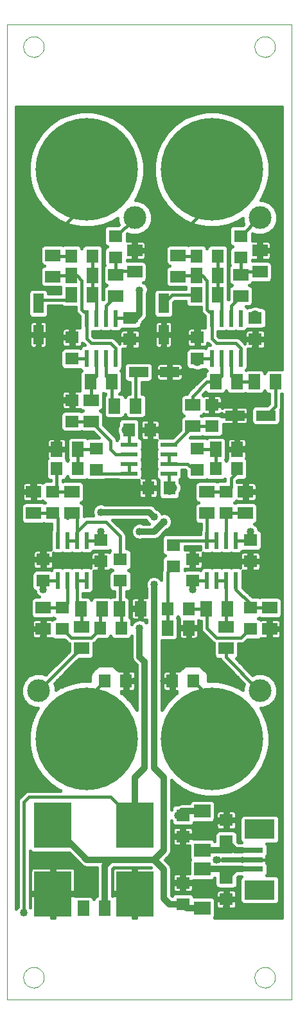
<source format=gbl>
G75*
G70*
%OFA0B0*%
%FSLAX24Y24*%
%IPPOS*%
%LPD*%
%AMOC8*
5,1,8,0,0,1.08239X$1,22.5*
%
%ADD10C,0.0000*%
%ADD11C,0.1181*%
%ADD12C,0.5315*%
%ADD13R,0.0787X0.0630*%
%ADD14R,0.1969X0.2362*%
%ADD15R,0.0709X0.0630*%
%ADD16R,0.0240X0.0870*%
%ADD17R,0.0630X0.0787*%
%ADD18R,0.1575X0.1024*%
%ADD19R,0.2165X0.0315*%
%ADD20R,0.0630X0.0709*%
%ADD21R,0.0551X0.1024*%
%ADD22R,0.1024X0.0551*%
%ADD23R,0.0870X0.0240*%
%ADD24R,0.0866X0.0709*%
%ADD25C,0.0320*%
%ADD26C,0.0160*%
%ADD27C,0.0400*%
D10*
X000142Y000180D02*
X000142Y050680D01*
X014892Y050680D01*
X014892Y000180D01*
X000142Y000180D01*
X000986Y001330D02*
X000988Y001376D01*
X000994Y001421D01*
X001004Y001466D01*
X001017Y001509D01*
X001034Y001552D01*
X001055Y001592D01*
X001079Y001631D01*
X001107Y001667D01*
X001138Y001701D01*
X001171Y001733D01*
X001207Y001761D01*
X001245Y001786D01*
X001285Y001808D01*
X001327Y001826D01*
X001370Y001840D01*
X001415Y001851D01*
X001460Y001858D01*
X001506Y001861D01*
X001551Y001860D01*
X001597Y001855D01*
X001642Y001846D01*
X001685Y001834D01*
X001728Y001817D01*
X001769Y001797D01*
X001808Y001774D01*
X001846Y001747D01*
X001880Y001717D01*
X001912Y001685D01*
X001941Y001649D01*
X001967Y001612D01*
X001990Y001572D01*
X002009Y001531D01*
X002024Y001488D01*
X002036Y001443D01*
X002044Y001398D01*
X002048Y001353D01*
X002048Y001307D01*
X002044Y001262D01*
X002036Y001217D01*
X002024Y001172D01*
X002009Y001129D01*
X001990Y001088D01*
X001967Y001048D01*
X001941Y001011D01*
X001912Y000975D01*
X001880Y000943D01*
X001846Y000913D01*
X001808Y000886D01*
X001769Y000863D01*
X001728Y000843D01*
X001685Y000826D01*
X001642Y000814D01*
X001597Y000805D01*
X001551Y000800D01*
X001506Y000799D01*
X001460Y000802D01*
X001415Y000809D01*
X001370Y000820D01*
X001327Y000834D01*
X001285Y000852D01*
X001245Y000874D01*
X001207Y000899D01*
X001171Y000927D01*
X001138Y000959D01*
X001107Y000993D01*
X001079Y001029D01*
X001055Y001068D01*
X001034Y001108D01*
X001017Y001151D01*
X001004Y001194D01*
X000994Y001239D01*
X000988Y001284D01*
X000986Y001330D01*
X002692Y013680D02*
X002694Y013759D01*
X002700Y013838D01*
X002710Y013917D01*
X002724Y013995D01*
X002741Y014072D01*
X002763Y014148D01*
X002788Y014223D01*
X002818Y014296D01*
X002850Y014368D01*
X002887Y014439D01*
X002927Y014507D01*
X002970Y014573D01*
X003016Y014637D01*
X003066Y014699D01*
X003119Y014758D01*
X003174Y014814D01*
X003233Y014868D01*
X003294Y014918D01*
X003357Y014966D01*
X003423Y015010D01*
X003491Y015051D01*
X003561Y015088D01*
X003632Y015122D01*
X003706Y015152D01*
X003780Y015178D01*
X003856Y015200D01*
X003933Y015219D01*
X004011Y015234D01*
X004089Y015245D01*
X004168Y015252D01*
X004247Y015255D01*
X004326Y015254D01*
X004405Y015249D01*
X004484Y015240D01*
X004562Y015227D01*
X004639Y015210D01*
X004716Y015190D01*
X004791Y015165D01*
X004865Y015137D01*
X004938Y015105D01*
X005008Y015070D01*
X005077Y015031D01*
X005144Y014988D01*
X005209Y014942D01*
X005271Y014894D01*
X005331Y014842D01*
X005388Y014787D01*
X005442Y014729D01*
X005493Y014669D01*
X005541Y014606D01*
X005586Y014541D01*
X005628Y014473D01*
X005666Y014404D01*
X005700Y014333D01*
X005731Y014260D01*
X005759Y014185D01*
X005782Y014110D01*
X005802Y014033D01*
X005818Y013956D01*
X005830Y013877D01*
X005838Y013799D01*
X005842Y013720D01*
X005842Y013640D01*
X005838Y013561D01*
X005830Y013483D01*
X005818Y013404D01*
X005802Y013327D01*
X005782Y013250D01*
X005759Y013175D01*
X005731Y013100D01*
X005700Y013027D01*
X005666Y012956D01*
X005628Y012887D01*
X005586Y012819D01*
X005541Y012754D01*
X005493Y012691D01*
X005442Y012631D01*
X005388Y012573D01*
X005331Y012518D01*
X005271Y012466D01*
X005209Y012418D01*
X005144Y012372D01*
X005077Y012329D01*
X005008Y012290D01*
X004938Y012255D01*
X004865Y012223D01*
X004791Y012195D01*
X004716Y012170D01*
X004639Y012150D01*
X004562Y012133D01*
X004484Y012120D01*
X004405Y012111D01*
X004326Y012106D01*
X004247Y012105D01*
X004168Y012108D01*
X004089Y012115D01*
X004011Y012126D01*
X003933Y012141D01*
X003856Y012160D01*
X003780Y012182D01*
X003706Y012208D01*
X003632Y012238D01*
X003561Y012272D01*
X003491Y012309D01*
X003423Y012350D01*
X003357Y012394D01*
X003294Y012442D01*
X003233Y012492D01*
X003174Y012546D01*
X003119Y012602D01*
X003066Y012661D01*
X003016Y012723D01*
X002970Y012787D01*
X002927Y012853D01*
X002887Y012921D01*
X002850Y012992D01*
X002818Y013064D01*
X002788Y013137D01*
X002763Y013212D01*
X002741Y013288D01*
X002724Y013365D01*
X002710Y013443D01*
X002700Y013522D01*
X002694Y013601D01*
X002692Y013680D01*
X009192Y013680D02*
X009194Y013759D01*
X009200Y013838D01*
X009210Y013917D01*
X009224Y013995D01*
X009241Y014072D01*
X009263Y014148D01*
X009288Y014223D01*
X009318Y014296D01*
X009350Y014368D01*
X009387Y014439D01*
X009427Y014507D01*
X009470Y014573D01*
X009516Y014637D01*
X009566Y014699D01*
X009619Y014758D01*
X009674Y014814D01*
X009733Y014868D01*
X009794Y014918D01*
X009857Y014966D01*
X009923Y015010D01*
X009991Y015051D01*
X010061Y015088D01*
X010132Y015122D01*
X010206Y015152D01*
X010280Y015178D01*
X010356Y015200D01*
X010433Y015219D01*
X010511Y015234D01*
X010589Y015245D01*
X010668Y015252D01*
X010747Y015255D01*
X010826Y015254D01*
X010905Y015249D01*
X010984Y015240D01*
X011062Y015227D01*
X011139Y015210D01*
X011216Y015190D01*
X011291Y015165D01*
X011365Y015137D01*
X011438Y015105D01*
X011508Y015070D01*
X011577Y015031D01*
X011644Y014988D01*
X011709Y014942D01*
X011771Y014894D01*
X011831Y014842D01*
X011888Y014787D01*
X011942Y014729D01*
X011993Y014669D01*
X012041Y014606D01*
X012086Y014541D01*
X012128Y014473D01*
X012166Y014404D01*
X012200Y014333D01*
X012231Y014260D01*
X012259Y014185D01*
X012282Y014110D01*
X012302Y014033D01*
X012318Y013956D01*
X012330Y013877D01*
X012338Y013799D01*
X012342Y013720D01*
X012342Y013640D01*
X012338Y013561D01*
X012330Y013483D01*
X012318Y013404D01*
X012302Y013327D01*
X012282Y013250D01*
X012259Y013175D01*
X012231Y013100D01*
X012200Y013027D01*
X012166Y012956D01*
X012128Y012887D01*
X012086Y012819D01*
X012041Y012754D01*
X011993Y012691D01*
X011942Y012631D01*
X011888Y012573D01*
X011831Y012518D01*
X011771Y012466D01*
X011709Y012418D01*
X011644Y012372D01*
X011577Y012329D01*
X011508Y012290D01*
X011438Y012255D01*
X011365Y012223D01*
X011291Y012195D01*
X011216Y012170D01*
X011139Y012150D01*
X011062Y012133D01*
X010984Y012120D01*
X010905Y012111D01*
X010826Y012106D01*
X010747Y012105D01*
X010668Y012108D01*
X010589Y012115D01*
X010511Y012126D01*
X010433Y012141D01*
X010356Y012160D01*
X010280Y012182D01*
X010206Y012208D01*
X010132Y012238D01*
X010061Y012272D01*
X009991Y012309D01*
X009923Y012350D01*
X009857Y012394D01*
X009794Y012442D01*
X009733Y012492D01*
X009674Y012546D01*
X009619Y012602D01*
X009566Y012661D01*
X009516Y012723D01*
X009470Y012787D01*
X009427Y012853D01*
X009387Y012921D01*
X009350Y012992D01*
X009318Y013064D01*
X009288Y013137D01*
X009263Y013212D01*
X009241Y013288D01*
X009224Y013365D01*
X009210Y013443D01*
X009200Y013522D01*
X009194Y013601D01*
X009192Y013680D01*
X012986Y001330D02*
X012988Y001376D01*
X012994Y001421D01*
X013004Y001466D01*
X013017Y001509D01*
X013034Y001552D01*
X013055Y001592D01*
X013079Y001631D01*
X013107Y001667D01*
X013138Y001701D01*
X013171Y001733D01*
X013207Y001761D01*
X013245Y001786D01*
X013285Y001808D01*
X013327Y001826D01*
X013370Y001840D01*
X013415Y001851D01*
X013460Y001858D01*
X013506Y001861D01*
X013551Y001860D01*
X013597Y001855D01*
X013642Y001846D01*
X013685Y001834D01*
X013728Y001817D01*
X013769Y001797D01*
X013808Y001774D01*
X013846Y001747D01*
X013880Y001717D01*
X013912Y001685D01*
X013941Y001649D01*
X013967Y001612D01*
X013990Y001572D01*
X014009Y001531D01*
X014024Y001488D01*
X014036Y001443D01*
X014044Y001398D01*
X014048Y001353D01*
X014048Y001307D01*
X014044Y001262D01*
X014036Y001217D01*
X014024Y001172D01*
X014009Y001129D01*
X013990Y001088D01*
X013967Y001048D01*
X013941Y001011D01*
X013912Y000975D01*
X013880Y000943D01*
X013846Y000913D01*
X013808Y000886D01*
X013769Y000863D01*
X013728Y000843D01*
X013685Y000826D01*
X013642Y000814D01*
X013597Y000805D01*
X013551Y000800D01*
X013506Y000799D01*
X013460Y000802D01*
X013415Y000809D01*
X013370Y000820D01*
X013327Y000834D01*
X013285Y000852D01*
X013245Y000874D01*
X013207Y000899D01*
X013171Y000927D01*
X013138Y000959D01*
X013107Y000993D01*
X013079Y001029D01*
X013055Y001068D01*
X013034Y001108D01*
X013017Y001151D01*
X013004Y001194D01*
X012994Y001239D01*
X012988Y001284D01*
X012986Y001330D01*
X009192Y043180D02*
X009194Y043259D01*
X009200Y043338D01*
X009210Y043417D01*
X009224Y043495D01*
X009241Y043572D01*
X009263Y043648D01*
X009288Y043723D01*
X009318Y043796D01*
X009350Y043868D01*
X009387Y043939D01*
X009427Y044007D01*
X009470Y044073D01*
X009516Y044137D01*
X009566Y044199D01*
X009619Y044258D01*
X009674Y044314D01*
X009733Y044368D01*
X009794Y044418D01*
X009857Y044466D01*
X009923Y044510D01*
X009991Y044551D01*
X010061Y044588D01*
X010132Y044622D01*
X010206Y044652D01*
X010280Y044678D01*
X010356Y044700D01*
X010433Y044719D01*
X010511Y044734D01*
X010589Y044745D01*
X010668Y044752D01*
X010747Y044755D01*
X010826Y044754D01*
X010905Y044749D01*
X010984Y044740D01*
X011062Y044727D01*
X011139Y044710D01*
X011216Y044690D01*
X011291Y044665D01*
X011365Y044637D01*
X011438Y044605D01*
X011508Y044570D01*
X011577Y044531D01*
X011644Y044488D01*
X011709Y044442D01*
X011771Y044394D01*
X011831Y044342D01*
X011888Y044287D01*
X011942Y044229D01*
X011993Y044169D01*
X012041Y044106D01*
X012086Y044041D01*
X012128Y043973D01*
X012166Y043904D01*
X012200Y043833D01*
X012231Y043760D01*
X012259Y043685D01*
X012282Y043610D01*
X012302Y043533D01*
X012318Y043456D01*
X012330Y043377D01*
X012338Y043299D01*
X012342Y043220D01*
X012342Y043140D01*
X012338Y043061D01*
X012330Y042983D01*
X012318Y042904D01*
X012302Y042827D01*
X012282Y042750D01*
X012259Y042675D01*
X012231Y042600D01*
X012200Y042527D01*
X012166Y042456D01*
X012128Y042387D01*
X012086Y042319D01*
X012041Y042254D01*
X011993Y042191D01*
X011942Y042131D01*
X011888Y042073D01*
X011831Y042018D01*
X011771Y041966D01*
X011709Y041918D01*
X011644Y041872D01*
X011577Y041829D01*
X011508Y041790D01*
X011438Y041755D01*
X011365Y041723D01*
X011291Y041695D01*
X011216Y041670D01*
X011139Y041650D01*
X011062Y041633D01*
X010984Y041620D01*
X010905Y041611D01*
X010826Y041606D01*
X010747Y041605D01*
X010668Y041608D01*
X010589Y041615D01*
X010511Y041626D01*
X010433Y041641D01*
X010356Y041660D01*
X010280Y041682D01*
X010206Y041708D01*
X010132Y041738D01*
X010061Y041772D01*
X009991Y041809D01*
X009923Y041850D01*
X009857Y041894D01*
X009794Y041942D01*
X009733Y041992D01*
X009674Y042046D01*
X009619Y042102D01*
X009566Y042161D01*
X009516Y042223D01*
X009470Y042287D01*
X009427Y042353D01*
X009387Y042421D01*
X009350Y042492D01*
X009318Y042564D01*
X009288Y042637D01*
X009263Y042712D01*
X009241Y042788D01*
X009224Y042865D01*
X009210Y042943D01*
X009200Y043022D01*
X009194Y043101D01*
X009192Y043180D01*
X012986Y049530D02*
X012988Y049576D01*
X012994Y049621D01*
X013004Y049666D01*
X013017Y049709D01*
X013034Y049752D01*
X013055Y049792D01*
X013079Y049831D01*
X013107Y049867D01*
X013138Y049901D01*
X013171Y049933D01*
X013207Y049961D01*
X013245Y049986D01*
X013285Y050008D01*
X013327Y050026D01*
X013370Y050040D01*
X013415Y050051D01*
X013460Y050058D01*
X013506Y050061D01*
X013551Y050060D01*
X013597Y050055D01*
X013642Y050046D01*
X013685Y050034D01*
X013728Y050017D01*
X013769Y049997D01*
X013808Y049974D01*
X013846Y049947D01*
X013880Y049917D01*
X013912Y049885D01*
X013941Y049849D01*
X013967Y049812D01*
X013990Y049772D01*
X014009Y049731D01*
X014024Y049688D01*
X014036Y049643D01*
X014044Y049598D01*
X014048Y049553D01*
X014048Y049507D01*
X014044Y049462D01*
X014036Y049417D01*
X014024Y049372D01*
X014009Y049329D01*
X013990Y049288D01*
X013967Y049248D01*
X013941Y049211D01*
X013912Y049175D01*
X013880Y049143D01*
X013846Y049113D01*
X013808Y049086D01*
X013769Y049063D01*
X013728Y049043D01*
X013685Y049026D01*
X013642Y049014D01*
X013597Y049005D01*
X013551Y049000D01*
X013506Y048999D01*
X013460Y049002D01*
X013415Y049009D01*
X013370Y049020D01*
X013327Y049034D01*
X013285Y049052D01*
X013245Y049074D01*
X013207Y049099D01*
X013171Y049127D01*
X013138Y049159D01*
X013107Y049193D01*
X013079Y049229D01*
X013055Y049268D01*
X013034Y049308D01*
X013017Y049351D01*
X013004Y049394D01*
X012994Y049439D01*
X012988Y049484D01*
X012986Y049530D01*
X002692Y043180D02*
X002694Y043259D01*
X002700Y043338D01*
X002710Y043417D01*
X002724Y043495D01*
X002741Y043572D01*
X002763Y043648D01*
X002788Y043723D01*
X002818Y043796D01*
X002850Y043868D01*
X002887Y043939D01*
X002927Y044007D01*
X002970Y044073D01*
X003016Y044137D01*
X003066Y044199D01*
X003119Y044258D01*
X003174Y044314D01*
X003233Y044368D01*
X003294Y044418D01*
X003357Y044466D01*
X003423Y044510D01*
X003491Y044551D01*
X003561Y044588D01*
X003632Y044622D01*
X003706Y044652D01*
X003780Y044678D01*
X003856Y044700D01*
X003933Y044719D01*
X004011Y044734D01*
X004089Y044745D01*
X004168Y044752D01*
X004247Y044755D01*
X004326Y044754D01*
X004405Y044749D01*
X004484Y044740D01*
X004562Y044727D01*
X004639Y044710D01*
X004716Y044690D01*
X004791Y044665D01*
X004865Y044637D01*
X004938Y044605D01*
X005008Y044570D01*
X005077Y044531D01*
X005144Y044488D01*
X005209Y044442D01*
X005271Y044394D01*
X005331Y044342D01*
X005388Y044287D01*
X005442Y044229D01*
X005493Y044169D01*
X005541Y044106D01*
X005586Y044041D01*
X005628Y043973D01*
X005666Y043904D01*
X005700Y043833D01*
X005731Y043760D01*
X005759Y043685D01*
X005782Y043610D01*
X005802Y043533D01*
X005818Y043456D01*
X005830Y043377D01*
X005838Y043299D01*
X005842Y043220D01*
X005842Y043140D01*
X005838Y043061D01*
X005830Y042983D01*
X005818Y042904D01*
X005802Y042827D01*
X005782Y042750D01*
X005759Y042675D01*
X005731Y042600D01*
X005700Y042527D01*
X005666Y042456D01*
X005628Y042387D01*
X005586Y042319D01*
X005541Y042254D01*
X005493Y042191D01*
X005442Y042131D01*
X005388Y042073D01*
X005331Y042018D01*
X005271Y041966D01*
X005209Y041918D01*
X005144Y041872D01*
X005077Y041829D01*
X005008Y041790D01*
X004938Y041755D01*
X004865Y041723D01*
X004791Y041695D01*
X004716Y041670D01*
X004639Y041650D01*
X004562Y041633D01*
X004484Y041620D01*
X004405Y041611D01*
X004326Y041606D01*
X004247Y041605D01*
X004168Y041608D01*
X004089Y041615D01*
X004011Y041626D01*
X003933Y041641D01*
X003856Y041660D01*
X003780Y041682D01*
X003706Y041708D01*
X003632Y041738D01*
X003561Y041772D01*
X003491Y041809D01*
X003423Y041850D01*
X003357Y041894D01*
X003294Y041942D01*
X003233Y041992D01*
X003174Y042046D01*
X003119Y042102D01*
X003066Y042161D01*
X003016Y042223D01*
X002970Y042287D01*
X002927Y042353D01*
X002887Y042421D01*
X002850Y042492D01*
X002818Y042564D01*
X002788Y042637D01*
X002763Y042712D01*
X002741Y042788D01*
X002724Y042865D01*
X002710Y042943D01*
X002700Y043022D01*
X002694Y043101D01*
X002692Y043180D01*
X000986Y049530D02*
X000988Y049576D01*
X000994Y049621D01*
X001004Y049666D01*
X001017Y049709D01*
X001034Y049752D01*
X001055Y049792D01*
X001079Y049831D01*
X001107Y049867D01*
X001138Y049901D01*
X001171Y049933D01*
X001207Y049961D01*
X001245Y049986D01*
X001285Y050008D01*
X001327Y050026D01*
X001370Y050040D01*
X001415Y050051D01*
X001460Y050058D01*
X001506Y050061D01*
X001551Y050060D01*
X001597Y050055D01*
X001642Y050046D01*
X001685Y050034D01*
X001728Y050017D01*
X001769Y049997D01*
X001808Y049974D01*
X001846Y049947D01*
X001880Y049917D01*
X001912Y049885D01*
X001941Y049849D01*
X001967Y049812D01*
X001990Y049772D01*
X002009Y049731D01*
X002024Y049688D01*
X002036Y049643D01*
X002044Y049598D01*
X002048Y049553D01*
X002048Y049507D01*
X002044Y049462D01*
X002036Y049417D01*
X002024Y049372D01*
X002009Y049329D01*
X001990Y049288D01*
X001967Y049248D01*
X001941Y049211D01*
X001912Y049175D01*
X001880Y049143D01*
X001846Y049113D01*
X001808Y049086D01*
X001769Y049063D01*
X001728Y049043D01*
X001685Y049026D01*
X001642Y049014D01*
X001597Y049005D01*
X001551Y049000D01*
X001506Y048999D01*
X001460Y049002D01*
X001415Y049009D01*
X001370Y049020D01*
X001327Y049034D01*
X001285Y049052D01*
X001245Y049074D01*
X001207Y049099D01*
X001171Y049127D01*
X001138Y049159D01*
X001107Y049193D01*
X001079Y049229D01*
X001055Y049268D01*
X001034Y049308D01*
X001017Y049351D01*
X001004Y049394D01*
X000994Y049439D01*
X000988Y049484D01*
X000986Y049530D01*
D11*
X006767Y040680D03*
X013267Y040680D03*
X013267Y016180D03*
X001767Y016180D03*
D12*
X004267Y013680D03*
X010767Y013680D03*
X010767Y043180D03*
X004267Y043180D03*
D13*
X005767Y037731D03*
X005767Y036629D03*
X006767Y037879D03*
X006767Y038981D03*
X009017Y038731D03*
X009017Y037629D03*
X009767Y030981D03*
X009767Y029879D03*
X010517Y026481D03*
X010517Y025379D03*
X011517Y019481D03*
X011517Y018379D03*
X012517Y025379D03*
X012517Y026481D03*
X013767Y020481D03*
X013767Y019379D03*
X012267Y036629D03*
X012267Y037731D03*
X013267Y037879D03*
X013267Y038981D03*
X004517Y031231D03*
X004517Y030129D03*
X003517Y026481D03*
X003517Y025379D03*
X002017Y020481D03*
X002017Y019379D03*
X001517Y025379D03*
X001517Y026481D03*
X004017Y019481D03*
X004017Y018379D03*
X002517Y037629D03*
X002517Y038731D03*
D14*
X002517Y009202D03*
X002517Y005658D03*
X006767Y005658D03*
X006767Y009202D03*
D15*
X009267Y009731D03*
X009267Y008629D03*
X009267Y006231D03*
X009267Y005129D03*
X011517Y005379D03*
X011517Y006481D03*
X011517Y008379D03*
X011517Y009481D03*
X012767Y019379D03*
X012767Y020481D03*
X012767Y022879D03*
X012767Y023981D03*
X011517Y025379D03*
X011517Y026481D03*
X010767Y029879D03*
X010767Y030981D03*
X010017Y028731D03*
X010017Y027629D03*
X008767Y023731D03*
X008767Y022629D03*
X009767Y022981D03*
X009767Y021879D03*
X010017Y033379D03*
X010017Y034481D03*
X012267Y038629D03*
X012267Y039731D03*
X013017Y035481D03*
X013017Y034379D03*
X006517Y034379D03*
X006517Y035481D03*
X005767Y038629D03*
X005767Y039731D03*
X003517Y034481D03*
X003517Y033379D03*
X003517Y031231D03*
X003517Y030129D03*
X002517Y026481D03*
X002517Y025379D03*
X002017Y022981D03*
X002017Y021879D03*
X003017Y020481D03*
X003017Y019379D03*
X005017Y022879D03*
X005017Y023981D03*
X006017Y022981D03*
X006017Y021879D03*
X004767Y027629D03*
X004767Y028731D03*
D16*
X004767Y033400D03*
X005267Y033400D03*
X005767Y033400D03*
X005767Y035460D03*
X005267Y035460D03*
X004767Y035460D03*
X004267Y035460D03*
X004267Y033400D03*
X004267Y023960D03*
X003767Y023960D03*
X003267Y023960D03*
X002767Y023960D03*
X002767Y021900D03*
X003267Y021900D03*
X003767Y021900D03*
X004267Y021900D03*
X010517Y021900D03*
X011017Y021900D03*
X011517Y021900D03*
X012017Y021900D03*
X012017Y023960D03*
X011517Y023960D03*
X011017Y023960D03*
X010517Y023960D03*
X010767Y033400D03*
X011267Y033400D03*
X011767Y033400D03*
X012267Y033400D03*
X012267Y035460D03*
X011767Y035460D03*
X011267Y035460D03*
X010767Y035460D03*
D17*
X011068Y036680D03*
X011068Y037680D03*
X009965Y037680D03*
X009965Y036680D03*
X010965Y032180D03*
X012068Y032180D03*
X012965Y032180D03*
X012068Y028680D03*
X010965Y028680D03*
X010465Y020430D03*
X009568Y019430D03*
X008465Y019430D03*
X007068Y020430D03*
X005965Y020430D03*
X005068Y020430D03*
X003965Y020430D03*
X003818Y028680D03*
X002715Y028680D03*
X004465Y032180D03*
X005568Y032180D03*
X005715Y030930D03*
X006818Y030930D03*
X004568Y036680D03*
X004568Y037680D03*
X003465Y037680D03*
X003465Y036680D03*
X011568Y020430D03*
X014068Y032180D03*
X005193Y004930D03*
X004090Y004930D03*
D18*
X013248Y005855D03*
X013248Y009005D03*
D19*
X012354Y007922D03*
X012354Y007430D03*
X012354Y006938D03*
D20*
X009818Y016680D03*
X008715Y016680D03*
X008465Y020430D03*
X009568Y020430D03*
X008568Y026680D03*
X007568Y029680D03*
X007465Y026680D03*
X006465Y029680D03*
X003818Y027680D03*
X002715Y027680D03*
X004965Y019430D03*
X005215Y016680D03*
X006068Y019430D03*
X006318Y016680D03*
X010965Y027680D03*
X012068Y027680D03*
X011068Y038680D03*
X009965Y038680D03*
X004568Y038680D03*
X003465Y038680D03*
D21*
X001767Y036237D03*
X001767Y034623D03*
X008267Y034623D03*
X008267Y036237D03*
D22*
X008574Y032680D03*
X006960Y032680D03*
X011960Y030430D03*
X013574Y030430D03*
D23*
X008547Y028930D03*
X008547Y028430D03*
X008547Y027930D03*
X008547Y027430D03*
X006487Y027430D03*
X006487Y027930D03*
X006487Y028430D03*
X006487Y028930D03*
D24*
X010267Y009934D03*
X010267Y007926D03*
X010267Y006934D03*
X010267Y004926D03*
D25*
X009469Y004926D01*
X009267Y005129D01*
X008568Y005129D01*
X008267Y005430D01*
X008267Y006930D01*
X007767Y007430D01*
X008267Y007930D01*
X008267Y011680D01*
X007767Y012180D01*
X007767Y021680D01*
X007017Y019430D02*
X007017Y017930D01*
X007267Y017680D01*
X007267Y012180D01*
X006767Y011680D01*
X006767Y009430D01*
X006767Y009202D01*
X007546Y009731D01*
X007767Y007430D02*
X005517Y007430D01*
X005193Y007106D01*
X005193Y004930D01*
X005517Y007430D02*
X004288Y007430D01*
X002517Y009202D01*
X002017Y021430D02*
X002017Y021879D01*
X005017Y023981D02*
X005017Y024430D01*
X005017Y025430D02*
X007517Y025430D01*
X007767Y025180D01*
X008267Y024930D02*
X007767Y024430D01*
X007017Y024430D01*
X006465Y029680D02*
X006267Y029680D01*
X006568Y035430D02*
X006517Y035481D01*
X006568Y035430D02*
X006767Y035430D01*
X007017Y035680D01*
X007017Y036930D01*
X010017Y033379D02*
X010017Y033180D01*
X008767Y026680D02*
X008568Y026481D01*
X008568Y026680D01*
X009767Y021879D02*
X009818Y021879D01*
X009767Y021430D01*
X012767Y023981D02*
X012767Y024430D01*
X013017Y035481D02*
X013017Y035680D01*
X010267Y009934D02*
X009219Y009934D01*
X009017Y009731D01*
X010267Y007926D02*
X011763Y007926D01*
X011767Y007930D01*
X011973Y007922D02*
X011517Y008379D01*
X011973Y007922D02*
X012354Y007922D01*
X012354Y006938D02*
X012017Y006938D01*
X012013Y006934D01*
X010267Y006934D01*
X011517Y006481D02*
X011973Y006938D01*
X012017Y006938D01*
X003568Y033379D02*
X003517Y033430D01*
X003517Y033379D02*
X003568Y033379D01*
D26*
X004245Y033379D01*
X004267Y033400D01*
X003943Y033971D02*
X004011Y034038D01*
X004099Y034075D01*
X004169Y034075D01*
X004051Y034193D01*
X004051Y034143D01*
X004039Y034097D01*
X004015Y034056D01*
X003982Y034022D01*
X003940Y033998D01*
X003895Y033986D01*
X003594Y033986D01*
X003594Y034404D01*
X003439Y034404D01*
X002982Y034404D01*
X002982Y034143D01*
X002995Y034097D01*
X003018Y034056D01*
X003052Y034022D01*
X003093Y033998D01*
X003139Y033986D01*
X003439Y033986D01*
X003439Y034404D01*
X003439Y034559D01*
X003439Y034976D01*
X003139Y034976D01*
X003093Y034964D01*
X003052Y034940D01*
X003018Y034907D01*
X002995Y034866D01*
X002982Y034820D01*
X002982Y034559D01*
X003439Y034559D01*
X003594Y034559D01*
X003594Y034976D01*
X003895Y034976D01*
X003909Y034972D01*
X003907Y034977D01*
X003907Y035587D01*
X003745Y035749D01*
X003697Y035866D01*
X003697Y036046D01*
X003103Y036046D01*
X003015Y036083D01*
X002987Y036110D01*
X002282Y036110D01*
X002282Y035678D01*
X002246Y035589D01*
X002178Y035522D01*
X002090Y035485D01*
X001443Y035485D01*
X001355Y035522D01*
X001288Y035589D01*
X001251Y035678D01*
X001251Y036797D01*
X001288Y036885D01*
X001355Y036952D01*
X001443Y036989D01*
X002090Y036989D01*
X002178Y036952D01*
X002246Y036885D01*
X002282Y036797D01*
X002282Y036750D01*
X002911Y036750D01*
X002911Y037074D01*
X002075Y037074D01*
X001987Y037110D01*
X001920Y037178D01*
X001883Y037266D01*
X001883Y037992D01*
X001920Y038080D01*
X001987Y038147D01*
X002066Y038180D01*
X001987Y038213D01*
X001920Y038280D01*
X001883Y038368D01*
X001883Y039094D01*
X001920Y039182D01*
X001987Y039250D01*
X002075Y039286D01*
X002958Y039286D01*
X003045Y039250D01*
X003103Y039274D01*
X003828Y039274D01*
X003916Y039238D01*
X003984Y039170D01*
X004017Y039091D01*
X004049Y039170D01*
X004117Y039238D01*
X004205Y039274D01*
X004931Y039274D01*
X005019Y039238D01*
X005086Y039170D01*
X005123Y039082D01*
X005123Y038278D01*
X005090Y038200D01*
X005123Y038121D01*
X005123Y037239D01*
X005099Y037180D01*
X005123Y037121D01*
X005123Y036438D01*
X005133Y036448D01*
X005133Y036992D01*
X005170Y037080D01*
X005237Y037147D01*
X005316Y037180D01*
X005237Y037213D01*
X005170Y037280D01*
X005133Y037368D01*
X005133Y038094D01*
X005170Y038182D01*
X005196Y038209D01*
X005172Y038266D01*
X005172Y038992D01*
X005209Y039080D01*
X005276Y039147D01*
X005355Y039180D01*
X005276Y039213D01*
X005209Y039280D01*
X005172Y039368D01*
X005172Y040094D01*
X005209Y040182D01*
X005276Y040250D01*
X005365Y040286D01*
X005906Y040286D01*
X005935Y040312D01*
X005857Y040499D01*
X005857Y040640D01*
X005686Y040525D01*
X005141Y040299D01*
X004562Y040184D01*
X003972Y040184D01*
X003393Y040299D01*
X002848Y040525D01*
X002357Y040853D01*
X001940Y041270D01*
X001612Y041761D01*
X001386Y042306D01*
X001271Y042885D01*
X001271Y043475D01*
X001386Y044054D01*
X001612Y044599D01*
X001940Y045090D01*
X002357Y045507D01*
X002848Y045835D01*
X003393Y046061D01*
X003972Y046176D01*
X004562Y046176D01*
X005141Y046061D01*
X005686Y045835D01*
X006176Y045507D01*
X006594Y045090D01*
X006922Y044599D01*
X007147Y044054D01*
X007263Y043475D01*
X007263Y042885D01*
X007147Y042306D01*
X006922Y041761D01*
X006807Y041589D01*
X006948Y041589D01*
X007282Y041451D01*
X007538Y041195D01*
X007676Y040861D01*
X007676Y040499D01*
X007538Y040165D01*
X007282Y039909D01*
X006948Y039771D01*
X006586Y039771D01*
X006383Y039855D01*
X006361Y039835D01*
X006361Y039476D01*
X006689Y039476D01*
X006689Y039059D01*
X006844Y039059D01*
X006844Y039476D01*
X007184Y039476D01*
X007230Y039464D01*
X007271Y039440D01*
X007304Y039407D01*
X007328Y039366D01*
X007340Y039320D01*
X007340Y039059D01*
X006844Y039059D01*
X006844Y038904D01*
X007340Y038904D01*
X007340Y038643D01*
X007328Y038597D01*
X007304Y038556D01*
X007271Y038522D01*
X007230Y038498D01*
X007184Y038486D01*
X006844Y038486D01*
X006844Y038904D01*
X006689Y038904D01*
X006689Y038486D01*
X006361Y038486D01*
X006361Y038434D01*
X007208Y038434D01*
X007296Y038397D01*
X007364Y038330D01*
X007400Y038242D01*
X007400Y037516D01*
X007364Y037428D01*
X007296Y037360D01*
X007212Y037325D01*
X007266Y037303D01*
X007390Y037179D01*
X007457Y037018D01*
X007457Y036842D01*
X007456Y036842D02*
X007770Y036842D01*
X007788Y036885D02*
X007751Y036797D01*
X007751Y035678D01*
X007788Y035589D01*
X007855Y035522D01*
X007943Y035485D01*
X008590Y035485D01*
X008678Y035522D01*
X008746Y035589D01*
X008782Y035678D01*
X008782Y036300D01*
X008842Y036360D01*
X009411Y036360D01*
X009411Y036239D01*
X009447Y036150D01*
X009515Y036083D01*
X009603Y036046D01*
X010197Y036046D01*
X010197Y035866D01*
X010245Y035749D01*
X010407Y035587D01*
X010407Y034977D01*
X010409Y034972D01*
X010395Y034976D01*
X010094Y034976D01*
X010094Y034559D01*
X009939Y034559D01*
X009939Y034976D01*
X009639Y034976D01*
X009593Y034964D01*
X009552Y034940D01*
X009518Y034907D01*
X009495Y034866D01*
X009482Y034820D01*
X009482Y034559D01*
X009939Y034559D01*
X009939Y034404D01*
X009482Y034404D01*
X009482Y034143D01*
X009495Y034097D01*
X009518Y034056D01*
X009552Y034022D01*
X009593Y033998D01*
X009639Y033986D01*
X009939Y033986D01*
X009939Y034404D01*
X010094Y034404D01*
X010094Y033986D01*
X010395Y033986D01*
X010440Y033998D01*
X010482Y034022D01*
X010515Y034056D01*
X010539Y034097D01*
X010551Y034143D01*
X010551Y034193D01*
X010669Y034075D01*
X010599Y034075D01*
X010511Y034038D01*
X010443Y033971D01*
X010426Y033931D01*
X010419Y033934D01*
X009615Y033934D01*
X009526Y033897D01*
X009459Y033830D01*
X009422Y033742D01*
X009422Y033016D01*
X009459Y032928D01*
X009526Y032860D01*
X009615Y032824D01*
X009751Y032824D01*
X009767Y032807D01*
X009929Y032740D01*
X010104Y032740D01*
X010266Y032807D01*
X010283Y032824D01*
X010419Y032824D01*
X010441Y032833D01*
X010443Y032829D01*
X010505Y032767D01*
X010447Y032710D01*
X010411Y032621D01*
X010411Y032482D01*
X010335Y032451D01*
X009585Y031701D01*
X009495Y031611D01*
X009464Y031536D01*
X009325Y031536D01*
X009237Y031500D01*
X009170Y031432D01*
X009133Y031344D01*
X009133Y030618D01*
X009170Y030530D01*
X009237Y030463D01*
X009316Y030430D01*
X009237Y030397D01*
X009170Y030330D01*
X009133Y030242D01*
X009133Y029698D01*
X008725Y029290D01*
X008064Y029290D01*
X008059Y029288D01*
X008063Y029302D01*
X008063Y029603D01*
X007645Y029603D01*
X007645Y029146D01*
X007892Y029146D01*
X007872Y029098D01*
X007872Y028762D01*
X007906Y028680D01*
X007872Y028598D01*
X007872Y028262D01*
X007906Y028180D01*
X007872Y028098D01*
X007872Y027762D01*
X007906Y027680D01*
X007872Y027598D01*
X007872Y027262D01*
X007908Y027174D01*
X007976Y027107D01*
X008016Y027090D01*
X008013Y027082D01*
X008013Y026278D01*
X008049Y026190D01*
X008117Y026122D01*
X008205Y026086D01*
X008477Y026086D01*
X008488Y026081D01*
X008647Y026081D01*
X008658Y026086D01*
X008931Y026086D01*
X009019Y026122D01*
X009086Y026190D01*
X009123Y026278D01*
X009123Y026414D01*
X009140Y026431D01*
X009207Y026592D01*
X009207Y026768D01*
X009140Y026929D01*
X009123Y026946D01*
X009123Y027082D01*
X009113Y027105D01*
X009118Y027107D01*
X009185Y027174D01*
X009222Y027262D01*
X009222Y027598D01*
X009217Y027610D01*
X009384Y027610D01*
X009422Y027572D01*
X009422Y027266D01*
X009459Y027178D01*
X009526Y027110D01*
X009615Y027074D01*
X010419Y027074D01*
X010507Y027110D01*
X010518Y027121D01*
X010603Y027086D01*
X011328Y027086D01*
X011416Y027122D01*
X011447Y027152D01*
X011447Y027036D01*
X011115Y027036D01*
X011036Y027004D01*
X010958Y027036D01*
X010075Y027036D01*
X009987Y027000D01*
X009920Y026932D01*
X009883Y026844D01*
X009883Y026118D01*
X009920Y026030D01*
X009987Y025963D01*
X010066Y025930D01*
X009987Y025897D01*
X009920Y025830D01*
X009883Y025742D01*
X009883Y025016D01*
X009920Y024928D01*
X009987Y024860D01*
X010075Y024824D01*
X010197Y024824D01*
X010197Y024534D01*
X010193Y024531D01*
X010157Y024443D01*
X010157Y024280D01*
X009184Y024280D01*
X009169Y024286D01*
X008365Y024286D01*
X008276Y024250D01*
X008209Y024182D01*
X008172Y024094D01*
X008172Y023368D01*
X008209Y023280D01*
X008276Y023213D01*
X008355Y023180D01*
X008276Y023147D01*
X008209Y023080D01*
X008172Y022992D01*
X008172Y022456D01*
X008145Y022391D01*
X008145Y021915D01*
X008140Y021929D01*
X008016Y022053D01*
X007854Y022120D01*
X007679Y022120D01*
X007517Y022053D01*
X007394Y021929D01*
X007327Y021768D01*
X007327Y021592D01*
X007367Y021496D01*
X007367Y021004D01*
X007145Y021004D01*
X007145Y020507D01*
X006990Y020507D01*
X006990Y020353D01*
X006573Y020353D01*
X006573Y020013D01*
X006585Y019967D01*
X006609Y019926D01*
X006642Y019892D01*
X006683Y019869D01*
X006729Y019856D01*
X006896Y019856D01*
X006767Y019803D01*
X006644Y019679D01*
X006623Y019629D01*
X006623Y019832D01*
X006586Y019920D01*
X006520Y019987D01*
X006520Y019989D01*
X006520Y020871D01*
X006484Y020960D01*
X006416Y021027D01*
X006337Y021060D01*
X006337Y021324D01*
X006419Y021324D01*
X006507Y021360D01*
X006574Y021428D01*
X006611Y021516D01*
X006611Y022242D01*
X006574Y022330D01*
X006507Y022397D01*
X006428Y022430D01*
X006507Y022463D01*
X006574Y022530D01*
X006611Y022618D01*
X006611Y023344D01*
X006574Y023432D01*
X006507Y023500D01*
X006419Y023536D01*
X006337Y023536D01*
X006337Y024244D01*
X006288Y024361D01*
X006198Y024451D01*
X005619Y025030D01*
X007351Y025030D01*
X007354Y025027D01*
X007394Y024931D01*
X007494Y024830D01*
X007201Y024830D01*
X007104Y024870D01*
X006929Y024870D01*
X006767Y024803D01*
X006644Y024679D01*
X006577Y024518D01*
X006577Y024342D01*
X006644Y024181D01*
X006767Y024057D01*
X006929Y023990D01*
X007104Y023990D01*
X007201Y024030D01*
X007846Y024030D01*
X007993Y024091D01*
X008419Y024517D01*
X008516Y024557D01*
X008640Y024681D01*
X008707Y024842D01*
X008707Y025018D01*
X008640Y025179D01*
X008516Y025303D01*
X008354Y025370D01*
X008179Y025370D01*
X008166Y025365D01*
X008140Y025429D01*
X008016Y025553D01*
X007919Y025593D01*
X007743Y025769D01*
X007596Y025830D01*
X005201Y025830D01*
X005104Y025870D01*
X004929Y025870D01*
X004767Y025803D01*
X004644Y025679D01*
X004577Y025518D01*
X004577Y025342D01*
X004615Y025250D01*
X004203Y025250D01*
X004150Y025228D01*
X004150Y025742D01*
X004114Y025830D01*
X004046Y025897D01*
X003967Y025930D01*
X004046Y025963D01*
X004114Y026030D01*
X004150Y026118D01*
X004150Y026844D01*
X004114Y026932D01*
X004046Y027000D01*
X003958Y027036D01*
X003075Y027036D01*
X003035Y027020D01*
X003035Y027086D01*
X003078Y027086D01*
X003166Y027122D01*
X003234Y027190D01*
X003267Y027269D01*
X003299Y027190D01*
X003367Y027122D01*
X003455Y027086D01*
X004181Y027086D01*
X004266Y027121D01*
X004276Y027110D01*
X004365Y027074D01*
X005169Y027074D01*
X005256Y027110D01*
X005912Y027110D01*
X005916Y027107D01*
X006004Y027070D01*
X006969Y027070D01*
X006974Y027072D01*
X006971Y027058D01*
X006971Y026757D01*
X007388Y026757D01*
X007388Y026603D01*
X006971Y026603D01*
X006971Y026302D01*
X006983Y026256D01*
X007006Y026215D01*
X007040Y026182D01*
X007081Y026158D01*
X007127Y026146D01*
X007388Y026146D01*
X007388Y026603D01*
X007543Y026603D01*
X007543Y026757D01*
X007960Y026757D01*
X007960Y027058D01*
X007948Y027104D01*
X007924Y027145D01*
X007891Y027178D01*
X007850Y027202D01*
X007804Y027214D01*
X007543Y027214D01*
X007543Y026757D01*
X007388Y026757D01*
X007388Y027214D01*
X007142Y027214D01*
X007162Y027262D01*
X007162Y027598D01*
X007128Y027680D01*
X007162Y027762D01*
X007162Y028098D01*
X007128Y028180D01*
X007162Y028262D01*
X007162Y028598D01*
X007128Y028680D01*
X007162Y028762D01*
X007162Y029098D01*
X007125Y029186D01*
X007058Y029253D01*
X007017Y029270D01*
X007020Y029278D01*
X007020Y030082D01*
X006984Y030170D01*
X006916Y030238D01*
X006828Y030274D01*
X006103Y030274D01*
X006015Y030238D01*
X005947Y030170D01*
X005911Y030082D01*
X005911Y029946D01*
X005894Y029929D01*
X005827Y029768D01*
X005827Y029592D01*
X005894Y029431D01*
X005911Y029414D01*
X005911Y029278D01*
X005920Y029255D01*
X005916Y029253D01*
X005848Y029186D01*
X005837Y029158D01*
X005837Y029192D01*
X005788Y029310D01*
X005150Y029948D01*
X005150Y030492D01*
X005114Y030580D01*
X005046Y030647D01*
X004967Y030680D01*
X005046Y030713D01*
X005114Y030780D01*
X005150Y030868D01*
X005150Y031569D01*
X005205Y031546D01*
X005248Y031546D01*
X005248Y031510D01*
X005197Y031460D01*
X005161Y031371D01*
X005161Y030489D01*
X005197Y030400D01*
X005265Y030333D01*
X005353Y030296D01*
X006078Y030296D01*
X006166Y030333D01*
X006234Y030400D01*
X006267Y030479D01*
X006299Y030400D01*
X006367Y030333D01*
X006455Y030296D01*
X007181Y030296D01*
X007269Y030333D01*
X007336Y030400D01*
X007373Y030489D01*
X007373Y031371D01*
X007336Y031460D01*
X007269Y031527D01*
X007181Y031564D01*
X007138Y031564D01*
X007138Y032164D01*
X007519Y032164D01*
X007607Y032201D01*
X007675Y032268D01*
X007711Y032357D01*
X007711Y033003D01*
X007675Y033092D01*
X007607Y033159D01*
X007519Y033196D01*
X006400Y033196D01*
X006312Y033159D01*
X006244Y033092D01*
X006208Y033003D01*
X006208Y032357D01*
X006244Y032268D01*
X006312Y032201D01*
X006400Y032164D01*
X006498Y032164D01*
X006498Y031564D01*
X006455Y031564D01*
X006367Y031527D01*
X006299Y031460D01*
X006267Y031381D01*
X006234Y031460D01*
X006166Y031527D01*
X006078Y031564D01*
X005973Y031564D01*
X006019Y031583D01*
X006086Y031650D01*
X006123Y031739D01*
X006123Y032621D01*
X006086Y032710D01*
X006028Y032767D01*
X006090Y032829D01*
X006127Y032917D01*
X006127Y033883D01*
X006125Y033888D01*
X006139Y033884D01*
X006439Y033884D01*
X006439Y034301D01*
X006594Y034301D01*
X006594Y033884D01*
X006895Y033884D01*
X006940Y033896D01*
X006982Y033920D01*
X007015Y033953D01*
X007039Y033994D01*
X007051Y034040D01*
X007051Y034301D01*
X006594Y034301D01*
X006594Y034456D01*
X007051Y034456D01*
X007051Y034717D01*
X007039Y034763D01*
X007015Y034804D01*
X006982Y034838D01*
X006940Y034862D01*
X006895Y034874D01*
X006594Y034874D01*
X006594Y034456D01*
X006439Y034456D01*
X006439Y034301D01*
X005982Y034301D01*
X005982Y034167D01*
X005948Y034201D01*
X005698Y034451D01*
X005580Y034500D01*
X004649Y034500D01*
X004587Y034563D01*
X004587Y034790D01*
X004599Y034785D01*
X004934Y034785D01*
X005017Y034819D01*
X005099Y034785D01*
X005434Y034785D01*
X005517Y034819D01*
X005599Y034785D01*
X005934Y034785D01*
X006023Y034822D01*
X006090Y034889D01*
X006107Y034929D01*
X006115Y034926D01*
X006919Y034926D01*
X007007Y034963D01*
X007074Y035030D01*
X007111Y035118D01*
X007111Y035152D01*
X007140Y035181D01*
X007180Y035277D01*
X007356Y035453D01*
X007417Y035600D01*
X007417Y036746D01*
X007457Y036842D01*
X007457Y037001D02*
X009411Y037001D01*
X009411Y037000D02*
X008646Y037000D01*
X008605Y036983D01*
X008590Y036989D01*
X007943Y036989D01*
X007855Y036952D01*
X007788Y036885D01*
X007751Y036684D02*
X007417Y036684D01*
X007417Y036525D02*
X007751Y036525D01*
X007751Y036367D02*
X007417Y036367D01*
X007417Y036208D02*
X007751Y036208D01*
X007751Y036050D02*
X007417Y036050D01*
X007417Y035891D02*
X007751Y035891D01*
X007751Y035733D02*
X007417Y035733D01*
X007406Y035574D02*
X007803Y035574D01*
X007922Y035302D02*
X007881Y035279D01*
X007847Y035245D01*
X007823Y035204D01*
X007811Y035158D01*
X007811Y034681D01*
X008209Y034681D01*
X008209Y035315D01*
X007967Y035315D01*
X007922Y035302D01*
X007859Y035257D02*
X007171Y035257D01*
X007103Y035099D02*
X007811Y035099D01*
X007811Y034940D02*
X006952Y034940D01*
X007028Y034782D02*
X007811Y034782D01*
X007811Y034565D02*
X007811Y034087D01*
X007823Y034042D01*
X007847Y034001D01*
X007881Y033967D01*
X007922Y033943D01*
X007967Y033931D01*
X008209Y033931D01*
X008209Y034565D01*
X008324Y034565D01*
X008324Y033931D01*
X008566Y033931D01*
X008612Y033943D01*
X008653Y033967D01*
X008686Y034001D01*
X008710Y034042D01*
X008722Y034087D01*
X008722Y034565D01*
X008324Y034565D01*
X008324Y034681D01*
X008209Y034681D01*
X008209Y034565D01*
X007811Y034565D01*
X007811Y034465D02*
X007051Y034465D01*
X007051Y034623D02*
X008209Y034623D01*
X008324Y034623D02*
X009482Y034623D01*
X009482Y034782D02*
X008722Y034782D01*
X008722Y034681D02*
X008722Y035158D01*
X008710Y035204D01*
X008686Y035245D01*
X008653Y035279D01*
X008612Y035302D01*
X008566Y035315D01*
X008324Y035315D01*
X008324Y034681D01*
X008722Y034681D01*
X008722Y034465D02*
X009939Y034465D01*
X009939Y034623D02*
X010094Y034623D01*
X010094Y034782D02*
X009939Y034782D01*
X009939Y034940D02*
X010094Y034940D01*
X010094Y034306D02*
X009939Y034306D01*
X009939Y034148D02*
X010094Y034148D01*
X010094Y033989D02*
X009939Y033989D01*
X010038Y033400D02*
X010017Y033379D01*
X010038Y033400D02*
X010767Y033400D01*
X010461Y033989D02*
X010405Y033989D01*
X010551Y034148D02*
X010597Y034148D01*
X010767Y034430D02*
X011017Y034180D01*
X012017Y034180D01*
X012267Y033930D01*
X012267Y033400D01*
X012627Y033355D02*
X014412Y033355D01*
X014412Y033197D02*
X012627Y033197D01*
X012627Y033038D02*
X014412Y033038D01*
X014412Y032880D02*
X012611Y032880D01*
X012627Y032917D02*
X012627Y033883D01*
X012625Y033888D01*
X012639Y033884D01*
X012939Y033884D01*
X012939Y034301D01*
X013094Y034301D01*
X013094Y033884D01*
X013395Y033884D01*
X013440Y033896D01*
X013482Y033920D01*
X013515Y033953D01*
X013539Y033994D01*
X013551Y034040D01*
X013551Y034301D01*
X013094Y034301D01*
X013094Y034456D01*
X013551Y034456D01*
X013551Y034717D01*
X013539Y034763D01*
X013515Y034804D01*
X013482Y034838D01*
X013440Y034862D01*
X013395Y034874D01*
X013094Y034874D01*
X013094Y034456D01*
X012939Y034456D01*
X012939Y034301D01*
X012482Y034301D01*
X012482Y034167D01*
X012448Y034201D01*
X012198Y034451D01*
X012080Y034500D01*
X011149Y034500D01*
X011087Y034563D01*
X011087Y034790D01*
X011099Y034785D01*
X011434Y034785D01*
X011517Y034819D01*
X011599Y034785D01*
X011934Y034785D01*
X012017Y034819D01*
X012099Y034785D01*
X012434Y034785D01*
X012523Y034822D01*
X012590Y034889D01*
X012607Y034929D01*
X012615Y034926D01*
X013419Y034926D01*
X013507Y034963D01*
X013574Y035030D01*
X013611Y035118D01*
X013611Y035844D01*
X013574Y035932D01*
X013507Y036000D01*
X013419Y036036D01*
X013283Y036036D01*
X013266Y036053D01*
X013104Y036120D01*
X012929Y036120D01*
X012767Y036053D01*
X012751Y036036D01*
X012615Y036036D01*
X012592Y036027D01*
X012590Y036031D01*
X012547Y036074D01*
X012708Y036074D01*
X012796Y036110D01*
X012864Y036178D01*
X012900Y036266D01*
X012900Y036992D01*
X012864Y037080D01*
X012796Y037147D01*
X012717Y037180D01*
X012796Y037213D01*
X012864Y037280D01*
X012882Y037324D01*
X013708Y037324D01*
X013796Y037360D01*
X013864Y037428D01*
X013900Y037516D01*
X013900Y038242D01*
X013864Y038330D01*
X013796Y038397D01*
X013708Y038434D01*
X012861Y038434D01*
X012861Y038486D01*
X013189Y038486D01*
X013189Y038904D01*
X013344Y038904D01*
X013344Y039059D01*
X013189Y039059D01*
X013189Y039476D01*
X012861Y039476D01*
X012861Y039864D01*
X013086Y039771D01*
X013448Y039771D01*
X013782Y039909D01*
X014038Y040165D01*
X014176Y040499D01*
X014176Y040861D01*
X014038Y041195D01*
X013782Y041451D01*
X013448Y041589D01*
X013307Y041589D01*
X013422Y041761D01*
X013647Y042306D01*
X013763Y042885D01*
X013763Y043475D01*
X013647Y044054D01*
X013422Y044599D01*
X013094Y045090D01*
X012676Y045507D01*
X012186Y045835D01*
X011641Y046061D01*
X011062Y046176D01*
X010472Y046176D01*
X009893Y046061D01*
X009348Y045835D01*
X008857Y045507D01*
X008440Y045090D01*
X008112Y044599D01*
X007886Y044054D01*
X007771Y043475D01*
X007771Y042885D01*
X007886Y042306D01*
X008112Y041761D01*
X008440Y041270D01*
X008857Y040853D01*
X009348Y040525D01*
X009893Y040299D01*
X010472Y040184D01*
X011062Y040184D01*
X011641Y040299D01*
X012186Y040525D01*
X012357Y040640D01*
X012357Y040499D01*
X012423Y040340D01*
X012369Y040286D01*
X011865Y040286D01*
X011776Y040250D01*
X011709Y040182D01*
X011672Y040094D01*
X011672Y039368D01*
X011709Y039280D01*
X011776Y039213D01*
X011855Y039180D01*
X011776Y039147D01*
X011709Y039080D01*
X011672Y038992D01*
X011672Y038266D01*
X011696Y038209D01*
X011670Y038182D01*
X011633Y038094D01*
X011633Y037368D01*
X011670Y037280D01*
X011737Y037213D01*
X011816Y037180D01*
X011737Y037147D01*
X011670Y037080D01*
X011633Y036992D01*
X011633Y036448D01*
X011623Y036438D01*
X011623Y037121D01*
X011599Y037180D01*
X011623Y037239D01*
X011623Y038121D01*
X011590Y038200D01*
X011623Y038278D01*
X011623Y039082D01*
X011586Y039170D01*
X011519Y039238D01*
X011431Y039274D01*
X010705Y039274D01*
X010617Y039238D01*
X010549Y039170D01*
X010517Y039091D01*
X010484Y039170D01*
X010416Y039238D01*
X010328Y039274D01*
X009603Y039274D01*
X009545Y039250D01*
X009458Y039286D01*
X008575Y039286D01*
X008487Y039250D01*
X008420Y039182D01*
X008383Y039094D01*
X008383Y038368D01*
X008420Y038280D01*
X008487Y038213D01*
X008566Y038180D01*
X008487Y038147D01*
X008420Y038080D01*
X008383Y037992D01*
X008383Y037266D01*
X008420Y037178D01*
X008487Y037110D01*
X008575Y037074D01*
X009411Y037074D01*
X009411Y037000D01*
X009423Y036208D02*
X008782Y036208D01*
X008782Y036050D02*
X009595Y036050D01*
X009552Y034940D02*
X008722Y034940D01*
X008722Y035099D02*
X010407Y035099D01*
X010407Y035257D02*
X008675Y035257D01*
X008730Y035574D02*
X010407Y035574D01*
X010407Y035416D02*
X007318Y035416D01*
X007051Y034148D02*
X007811Y034148D01*
X007811Y034306D02*
X006594Y034306D01*
X006439Y034306D02*
X005843Y034306D01*
X005982Y034456D02*
X005982Y034717D01*
X005995Y034763D01*
X006018Y034804D01*
X006052Y034838D01*
X006093Y034862D01*
X006139Y034874D01*
X006439Y034874D01*
X006439Y034456D01*
X005982Y034456D01*
X005982Y034465D02*
X005666Y034465D01*
X005517Y034180D02*
X005767Y033930D01*
X005767Y033400D01*
X006111Y032880D02*
X006208Y032880D01*
X006222Y033038D02*
X006127Y033038D01*
X006127Y033197D02*
X009422Y033197D01*
X009422Y033355D02*
X006127Y033355D01*
X006127Y033514D02*
X009422Y033514D01*
X009422Y033672D02*
X006127Y033672D01*
X006127Y033831D02*
X009460Y033831D01*
X009482Y034148D02*
X008722Y034148D01*
X008722Y034306D02*
X009482Y034306D01*
X009628Y033989D02*
X008675Y033989D01*
X008632Y033136D02*
X009109Y033136D01*
X009155Y033123D01*
X009196Y033100D01*
X009230Y033066D01*
X009253Y033025D01*
X009266Y032979D01*
X009266Y032738D01*
X008632Y032738D01*
X008632Y032622D01*
X009266Y032622D01*
X009266Y032381D01*
X009253Y032335D01*
X009230Y032294D01*
X009196Y032260D01*
X009155Y032237D01*
X009109Y032224D01*
X008632Y032224D01*
X008632Y032622D01*
X008516Y032622D01*
X008516Y032224D01*
X008038Y032224D01*
X007992Y032237D01*
X007951Y032260D01*
X007918Y032294D01*
X007894Y032335D01*
X007882Y032381D01*
X007882Y032622D01*
X008516Y032622D01*
X008516Y032738D01*
X008516Y033136D01*
X008038Y033136D01*
X007992Y033123D01*
X007951Y033100D01*
X007918Y033066D01*
X007894Y033025D01*
X007882Y032979D01*
X007882Y032738D01*
X008516Y032738D01*
X008632Y032738D01*
X008632Y033136D01*
X008632Y033038D02*
X008516Y033038D01*
X008516Y032880D02*
X008632Y032880D01*
X008632Y032721D02*
X010458Y032721D01*
X010411Y032563D02*
X009266Y032563D01*
X009266Y032404D02*
X010288Y032404D01*
X010130Y032246D02*
X009170Y032246D01*
X009266Y032880D02*
X009507Y032880D01*
X009422Y033038D02*
X009246Y033038D01*
X009496Y031612D02*
X007138Y031612D01*
X007138Y031770D02*
X009654Y031770D01*
X009813Y031929D02*
X007138Y031929D01*
X007138Y032087D02*
X009971Y032087D01*
X010517Y032180D02*
X009767Y031430D01*
X009767Y030981D01*
X009767Y029879D02*
X008818Y028930D01*
X008547Y028930D01*
X008547Y028430D02*
X008547Y027930D01*
X009517Y027930D01*
X009767Y027680D01*
X009965Y027680D01*
X010017Y027629D01*
X010024Y027015D02*
X009123Y027015D01*
X009170Y026857D02*
X009888Y026857D01*
X009883Y026698D02*
X009207Y026698D01*
X009185Y026540D02*
X009883Y026540D01*
X009883Y026381D02*
X009123Y026381D01*
X009100Y026223D02*
X009883Y026223D01*
X009906Y026064D02*
X004128Y026064D01*
X004150Y026223D02*
X007002Y026223D01*
X006971Y026381D02*
X004150Y026381D01*
X004150Y026540D02*
X006971Y026540D01*
X006971Y026857D02*
X004145Y026857D01*
X004150Y026698D02*
X007388Y026698D01*
X007543Y026698D02*
X008013Y026698D01*
X007960Y026603D02*
X007543Y026603D01*
X007543Y026146D01*
X007804Y026146D01*
X007850Y026158D01*
X007891Y026182D01*
X007924Y026215D01*
X007948Y026256D01*
X007960Y026302D01*
X007960Y026603D01*
X007960Y026540D02*
X008013Y026540D01*
X008013Y026381D02*
X007960Y026381D01*
X007929Y026223D02*
X008036Y026223D01*
X008013Y026857D02*
X007960Y026857D01*
X007960Y027015D02*
X008013Y027015D01*
X007909Y027174D02*
X007896Y027174D01*
X007872Y027332D02*
X007162Y027332D01*
X007162Y027491D02*
X007872Y027491D01*
X007893Y027649D02*
X007140Y027649D01*
X007162Y027808D02*
X007872Y027808D01*
X007872Y027966D02*
X007162Y027966D01*
X007151Y028125D02*
X007883Y028125D01*
X007872Y028283D02*
X007162Y028283D01*
X007162Y028442D02*
X007872Y028442D01*
X007873Y028600D02*
X007161Y028600D01*
X007160Y028759D02*
X007873Y028759D01*
X007872Y028917D02*
X007162Y028917D01*
X007162Y029076D02*
X007872Y029076D01*
X007645Y029234D02*
X007490Y029234D01*
X007490Y029146D02*
X007490Y029603D01*
X007073Y029603D01*
X007073Y029302D01*
X007085Y029256D01*
X007109Y029215D01*
X007142Y029182D01*
X007183Y029158D01*
X007229Y029146D01*
X007490Y029146D01*
X007490Y029393D02*
X007645Y029393D01*
X007645Y029551D02*
X007490Y029551D01*
X007490Y029603D02*
X007645Y029603D01*
X007645Y029757D01*
X008063Y029757D01*
X008063Y030058D01*
X008051Y030104D01*
X008027Y030145D01*
X007993Y030178D01*
X007952Y030202D01*
X007907Y030214D01*
X007645Y030214D01*
X007645Y029757D01*
X007490Y029757D01*
X007490Y029603D01*
X007490Y029710D02*
X007020Y029710D01*
X007073Y029757D02*
X007073Y030058D01*
X007085Y030104D01*
X007109Y030145D01*
X007142Y030178D01*
X007183Y030202D01*
X007229Y030214D01*
X007490Y030214D01*
X007490Y029757D01*
X007073Y029757D01*
X007073Y029868D02*
X007020Y029868D01*
X007020Y030027D02*
X007073Y030027D01*
X007154Y030185D02*
X006969Y030185D01*
X007020Y029551D02*
X007073Y029551D01*
X007073Y029393D02*
X007020Y029393D01*
X007077Y029234D02*
X007098Y029234D01*
X007279Y030344D02*
X009183Y030344D01*
X009198Y030502D02*
X007373Y030502D01*
X007373Y030661D02*
X009133Y030661D01*
X009133Y030819D02*
X007373Y030819D01*
X007373Y030978D02*
X009133Y030978D01*
X009133Y031136D02*
X007373Y031136D01*
X007373Y031295D02*
X009133Y031295D01*
X009190Y031453D02*
X007339Y031453D01*
X007652Y032246D02*
X007977Y032246D01*
X007882Y032404D02*
X007711Y032404D01*
X007711Y032563D02*
X007882Y032563D01*
X007711Y032721D02*
X008516Y032721D01*
X008516Y032563D02*
X008632Y032563D01*
X008632Y032404D02*
X008516Y032404D01*
X008516Y032246D02*
X008632Y032246D01*
X008324Y033989D02*
X008209Y033989D01*
X008209Y034148D02*
X008324Y034148D01*
X008324Y034306D02*
X008209Y034306D01*
X008209Y034465D02*
X008324Y034465D01*
X008324Y034782D02*
X008209Y034782D01*
X008209Y034940D02*
X008324Y034940D01*
X008324Y035099D02*
X008209Y035099D01*
X008209Y035257D02*
X008324Y035257D01*
X008267Y036237D02*
X008710Y036680D01*
X009965Y036680D01*
X010197Y035891D02*
X008782Y035891D01*
X008782Y035733D02*
X010262Y035733D01*
X010517Y035930D02*
X010767Y035680D01*
X010767Y035460D01*
X010767Y034430D01*
X011087Y034623D02*
X012482Y034623D01*
X012482Y034717D02*
X012482Y034456D01*
X012939Y034456D01*
X012939Y034874D01*
X012639Y034874D01*
X012593Y034862D01*
X012552Y034838D01*
X012518Y034804D01*
X012495Y034763D01*
X012482Y034717D01*
X012505Y034782D02*
X011087Y034782D01*
X011267Y035460D02*
X011267Y036481D01*
X011068Y036680D01*
X011068Y037680D01*
X011068Y038680D01*
X011537Y039220D02*
X011770Y039220D01*
X011701Y039061D02*
X011623Y039061D01*
X011623Y038903D02*
X011672Y038903D01*
X011672Y038744D02*
X011623Y038744D01*
X011623Y038586D02*
X011672Y038586D01*
X011672Y038427D02*
X011623Y038427D01*
X011619Y038269D02*
X011672Y038269D01*
X011640Y038110D02*
X011623Y038110D01*
X011623Y037952D02*
X011633Y037952D01*
X011623Y037793D02*
X011633Y037793D01*
X011623Y037635D02*
X011633Y037635D01*
X011623Y037476D02*
X011633Y037476D01*
X011623Y037318D02*
X011654Y037318D01*
X011607Y037159D02*
X011765Y037159D01*
X011637Y037001D02*
X011623Y037001D01*
X011623Y036842D02*
X011633Y036842D01*
X011623Y036684D02*
X011633Y036684D01*
X011623Y036525D02*
X011633Y036525D01*
X011767Y036129D02*
X012267Y036629D01*
X012572Y036050D02*
X012764Y036050D01*
X012876Y036208D02*
X014412Y036208D01*
X014412Y036050D02*
X013269Y036050D01*
X013591Y035891D02*
X014412Y035891D01*
X014412Y035733D02*
X013611Y035733D01*
X013611Y035574D02*
X014412Y035574D01*
X014412Y035416D02*
X013611Y035416D01*
X013611Y035257D02*
X014412Y035257D01*
X014412Y035099D02*
X013603Y035099D01*
X013452Y034940D02*
X014412Y034940D01*
X014412Y034782D02*
X013528Y034782D01*
X013551Y034623D02*
X014412Y034623D01*
X014412Y034465D02*
X013551Y034465D01*
X013551Y034148D02*
X014412Y034148D01*
X014412Y034306D02*
X013094Y034306D01*
X012939Y034306D02*
X012343Y034306D01*
X012482Y034465D02*
X012166Y034465D01*
X011767Y035460D02*
X011767Y036129D01*
X012267Y037731D02*
X012414Y037879D01*
X013267Y037879D01*
X013344Y038486D02*
X013684Y038486D01*
X013730Y038498D01*
X013771Y038522D01*
X013804Y038556D01*
X013828Y038597D01*
X013840Y038643D01*
X013840Y038904D01*
X013344Y038904D01*
X013344Y038486D01*
X013344Y038586D02*
X013189Y038586D01*
X013189Y038744D02*
X013344Y038744D01*
X013344Y038903D02*
X013189Y038903D01*
X013189Y039061D02*
X013344Y039061D01*
X013344Y039059D02*
X013344Y039476D01*
X013684Y039476D01*
X013730Y039464D01*
X013771Y039440D01*
X013804Y039407D01*
X013828Y039366D01*
X013840Y039320D01*
X013840Y039059D01*
X013344Y039059D01*
X013344Y039220D02*
X013189Y039220D01*
X013189Y039378D02*
X013344Y039378D01*
X013647Y039854D02*
X014412Y039854D01*
X014412Y040012D02*
X013885Y040012D01*
X014040Y040171D02*
X014412Y040171D01*
X014412Y040329D02*
X014105Y040329D01*
X014171Y040488D02*
X014412Y040488D01*
X014412Y040646D02*
X014176Y040646D01*
X014176Y040805D02*
X014412Y040805D01*
X014412Y040963D02*
X014134Y040963D01*
X014068Y041122D02*
X014412Y041122D01*
X014412Y041280D02*
X013953Y041280D01*
X013794Y041439D02*
X014412Y041439D01*
X014412Y041597D02*
X013312Y041597D01*
X013418Y041756D02*
X014412Y041756D01*
X014412Y041914D02*
X013485Y041914D01*
X013551Y042073D02*
X014412Y042073D01*
X014412Y042231D02*
X013616Y042231D01*
X013664Y042390D02*
X014412Y042390D01*
X014412Y042548D02*
X013696Y042548D01*
X013727Y042707D02*
X014412Y042707D01*
X014412Y042865D02*
X013759Y042865D01*
X013763Y043024D02*
X014412Y043024D01*
X014412Y043182D02*
X013763Y043182D01*
X013763Y043341D02*
X014412Y043341D01*
X014412Y043499D02*
X013758Y043499D01*
X013726Y043658D02*
X014412Y043658D01*
X014412Y043816D02*
X013695Y043816D01*
X013663Y043975D02*
X014412Y043975D01*
X014412Y044133D02*
X013615Y044133D01*
X013549Y044292D02*
X014412Y044292D01*
X014412Y044450D02*
X013483Y044450D01*
X013415Y044609D02*
X014412Y044609D01*
X014412Y044767D02*
X013309Y044767D01*
X013203Y044926D02*
X014412Y044926D01*
X014412Y045084D02*
X013098Y045084D01*
X012941Y045243D02*
X014412Y045243D01*
X014412Y045401D02*
X012782Y045401D01*
X012598Y045560D02*
X014412Y045560D01*
X014412Y045718D02*
X012361Y045718D01*
X012085Y045877D02*
X014412Y045877D01*
X014412Y046035D02*
X011703Y046035D01*
X010767Y043180D02*
X010767Y041430D01*
X009517Y040180D01*
X009438Y040488D02*
X007671Y040488D01*
X007676Y040646D02*
X009167Y040646D01*
X008929Y040805D02*
X007676Y040805D01*
X007634Y040963D02*
X008747Y040963D01*
X008588Y041122D02*
X007568Y041122D01*
X007453Y041280D02*
X008433Y041280D01*
X008327Y041439D02*
X007294Y041439D01*
X007051Y042073D02*
X007983Y042073D01*
X007917Y042231D02*
X007116Y042231D01*
X007164Y042390D02*
X007869Y042390D01*
X007838Y042548D02*
X007196Y042548D01*
X007227Y042707D02*
X007806Y042707D01*
X007775Y042865D02*
X007259Y042865D01*
X007263Y043024D02*
X007771Y043024D01*
X007771Y043182D02*
X007263Y043182D01*
X007263Y043341D02*
X007771Y043341D01*
X007776Y043499D02*
X007258Y043499D01*
X007226Y043658D02*
X007807Y043658D01*
X007839Y043816D02*
X007195Y043816D01*
X007163Y043975D02*
X007870Y043975D01*
X007919Y044133D02*
X007115Y044133D01*
X007049Y044292D02*
X007984Y044292D01*
X008050Y044450D02*
X006983Y044450D01*
X006915Y044609D02*
X008118Y044609D01*
X008224Y044767D02*
X006809Y044767D01*
X006703Y044926D02*
X008330Y044926D01*
X008436Y045084D02*
X006598Y045084D01*
X006441Y045243D02*
X008592Y045243D01*
X008751Y045401D02*
X006282Y045401D01*
X006098Y045560D02*
X008935Y045560D01*
X009173Y045718D02*
X005861Y045718D01*
X005585Y045877D02*
X009448Y045877D01*
X009831Y046035D02*
X005203Y046035D01*
X004267Y043180D02*
X004267Y041430D01*
X003017Y040180D01*
X002938Y040488D02*
X000622Y040488D01*
X000622Y040646D02*
X002667Y040646D01*
X002429Y040805D02*
X000622Y040805D01*
X000622Y040963D02*
X002247Y040963D01*
X002088Y041122D02*
X000622Y041122D01*
X000622Y041280D02*
X001933Y041280D01*
X001827Y041439D02*
X000622Y041439D01*
X000622Y041597D02*
X001721Y041597D01*
X001615Y041756D02*
X000622Y041756D01*
X000622Y041914D02*
X001548Y041914D01*
X001483Y042073D02*
X000622Y042073D01*
X000622Y042231D02*
X001417Y042231D01*
X001369Y042390D02*
X000622Y042390D01*
X000622Y042548D02*
X001338Y042548D01*
X001306Y042707D02*
X000622Y042707D01*
X000622Y042865D02*
X001275Y042865D01*
X001271Y043024D02*
X000622Y043024D01*
X000622Y043182D02*
X001271Y043182D01*
X001271Y043341D02*
X000622Y043341D01*
X000622Y043499D02*
X001276Y043499D01*
X001307Y043658D02*
X000622Y043658D01*
X000622Y043816D02*
X001339Y043816D01*
X001370Y043975D02*
X000622Y043975D01*
X000622Y044133D02*
X001419Y044133D01*
X001484Y044292D02*
X000622Y044292D01*
X000622Y044450D02*
X001550Y044450D01*
X001618Y044609D02*
X000622Y044609D01*
X000622Y044767D02*
X001724Y044767D01*
X001830Y044926D02*
X000622Y044926D01*
X000622Y045084D02*
X001936Y045084D01*
X002092Y045243D02*
X000622Y045243D01*
X000622Y045401D02*
X002251Y045401D01*
X002435Y045560D02*
X000622Y045560D01*
X000622Y045718D02*
X002673Y045718D01*
X002948Y045877D02*
X000622Y045877D01*
X000622Y046035D02*
X003331Y046035D01*
X003321Y040329D02*
X000622Y040329D01*
X000622Y040171D02*
X005204Y040171D01*
X005212Y040329D02*
X005928Y040329D01*
X005862Y040488D02*
X005595Y040488D01*
X005767Y039731D02*
X006767Y040629D01*
X006767Y040680D01*
X007147Y039854D02*
X011672Y039854D01*
X011672Y040012D02*
X007385Y040012D01*
X007540Y040171D02*
X011704Y040171D01*
X011712Y040329D02*
X012412Y040329D01*
X012362Y040488D02*
X012095Y040488D01*
X012267Y039731D02*
X013215Y040680D01*
X013267Y040680D01*
X012886Y039854D02*
X012861Y039854D01*
X012861Y039695D02*
X014412Y039695D01*
X014412Y039537D02*
X012861Y039537D01*
X012267Y038629D02*
X012267Y037731D01*
X012768Y037159D02*
X014412Y037159D01*
X014412Y037001D02*
X012897Y037001D01*
X012900Y036842D02*
X014412Y036842D01*
X014412Y036684D02*
X012900Y036684D01*
X012900Y036525D02*
X014412Y036525D01*
X014412Y036367D02*
X012900Y036367D01*
X012879Y037318D02*
X014412Y037318D01*
X014412Y037476D02*
X013884Y037476D01*
X013900Y037635D02*
X014412Y037635D01*
X014412Y037793D02*
X013900Y037793D01*
X013900Y037952D02*
X014412Y037952D01*
X014412Y038110D02*
X013900Y038110D01*
X013889Y038269D02*
X014412Y038269D01*
X014412Y038427D02*
X013724Y038427D01*
X013822Y038586D02*
X014412Y038586D01*
X014412Y038744D02*
X013840Y038744D01*
X013840Y038903D02*
X014412Y038903D01*
X014412Y039061D02*
X013840Y039061D01*
X013840Y039220D02*
X014412Y039220D01*
X014412Y039378D02*
X013821Y039378D01*
X013094Y034782D02*
X012939Y034782D01*
X012939Y034623D02*
X013094Y034623D01*
X013094Y034465D02*
X012939Y034465D01*
X012939Y034148D02*
X013094Y034148D01*
X013094Y033989D02*
X012939Y033989D01*
X012627Y033831D02*
X014412Y033831D01*
X014412Y033989D02*
X013536Y033989D01*
X013705Y032814D02*
X013617Y032777D01*
X013549Y032710D01*
X013517Y032631D01*
X013484Y032710D01*
X013416Y032777D01*
X013328Y032814D01*
X012603Y032814D01*
X012555Y032794D01*
X012590Y032829D01*
X012627Y032917D01*
X012627Y033514D02*
X014412Y033514D01*
X014412Y033672D02*
X012627Y033672D01*
X012965Y032180D02*
X012068Y032180D01*
X011767Y032481D01*
X011767Y033400D01*
X011517Y031729D02*
X011549Y031650D01*
X011617Y031583D01*
X011705Y031546D01*
X012431Y031546D01*
X012517Y031582D01*
X012603Y031546D01*
X013328Y031546D01*
X013416Y031583D01*
X013484Y031650D01*
X013517Y031729D01*
X013549Y031650D01*
X013617Y031583D01*
X013705Y031546D01*
X013748Y031546D01*
X013748Y031057D01*
X013637Y030946D01*
X013014Y030946D01*
X012926Y030909D01*
X012858Y030842D01*
X012822Y030753D01*
X012822Y030107D01*
X012858Y030018D01*
X012926Y029951D01*
X013014Y029914D01*
X014133Y029914D01*
X014222Y029951D01*
X014289Y030018D01*
X014326Y030107D01*
X014326Y030729D01*
X014339Y030743D01*
X014388Y030860D01*
X014388Y031546D01*
X014412Y031546D01*
X014412Y004430D01*
X010897Y004430D01*
X010903Y004436D01*
X010940Y004524D01*
X010940Y005328D01*
X010903Y005416D01*
X010836Y005484D01*
X010747Y005520D01*
X009849Y005520D01*
X009824Y005580D01*
X009757Y005647D01*
X009669Y005684D01*
X008865Y005684D01*
X008776Y005647D01*
X008709Y005580D01*
X008701Y005561D01*
X008667Y005596D01*
X008667Y007010D01*
X008606Y007157D01*
X008332Y007430D01*
X008493Y007591D01*
X008606Y007703D01*
X008667Y007850D01*
X008667Y009459D01*
X008672Y009453D01*
X008672Y009368D01*
X008709Y009280D01*
X008776Y009213D01*
X008865Y009176D01*
X009669Y009176D01*
X009757Y009213D01*
X009824Y009280D01*
X009849Y009340D01*
X010747Y009340D01*
X010836Y009376D01*
X010903Y009444D01*
X010940Y009532D01*
X010940Y010336D01*
X010903Y010424D01*
X010836Y010492D01*
X010747Y010528D01*
X009786Y010528D01*
X009698Y010492D01*
X009630Y010424D01*
X009594Y010336D01*
X009594Y010334D01*
X009140Y010334D01*
X009024Y010286D01*
X008865Y010286D01*
X008776Y010250D01*
X008709Y010182D01*
X008672Y010094D01*
X008672Y010009D01*
X008667Y010003D01*
X008667Y011543D01*
X008857Y011353D01*
X009348Y011025D01*
X009893Y010799D01*
X010472Y010684D01*
X011062Y010684D01*
X011641Y010799D01*
X012186Y011025D01*
X012676Y011353D01*
X013094Y011770D01*
X013422Y012261D01*
X013647Y012806D01*
X013763Y013385D01*
X013763Y013975D01*
X013647Y014554D01*
X013422Y015099D01*
X013307Y015271D01*
X013448Y015271D01*
X013782Y015409D01*
X014038Y015665D01*
X014176Y015999D01*
X014176Y016361D01*
X014038Y016695D01*
X013782Y016951D01*
X013448Y017089D01*
X013086Y017089D01*
X012867Y016999D01*
X012035Y017856D01*
X012046Y017860D01*
X012114Y017928D01*
X012150Y018016D01*
X012150Y018610D01*
X012330Y018610D01*
X012448Y018659D01*
X012538Y018749D01*
X012613Y018824D01*
X013169Y018824D01*
X013257Y018860D01*
X013297Y018900D01*
X013303Y018896D01*
X013349Y018884D01*
X013689Y018884D01*
X013689Y019301D01*
X013844Y019301D01*
X013844Y018884D01*
X014184Y018884D01*
X014230Y018896D01*
X014271Y018920D01*
X014304Y018953D01*
X014328Y018994D01*
X014340Y019040D01*
X014340Y019301D01*
X013844Y019301D01*
X013844Y019456D01*
X014340Y019456D01*
X014340Y019717D01*
X014328Y019763D01*
X014304Y019804D01*
X014271Y019838D01*
X014230Y019862D01*
X014184Y019874D01*
X013844Y019874D01*
X013844Y019456D01*
X013689Y019456D01*
X013689Y019874D01*
X013349Y019874D01*
X013303Y019862D01*
X013297Y019858D01*
X013257Y019897D01*
X013178Y019930D01*
X013247Y019959D01*
X013325Y019926D01*
X014208Y019926D01*
X014296Y019963D01*
X014364Y020030D01*
X014400Y020118D01*
X014400Y020844D01*
X014364Y020932D01*
X014296Y021000D01*
X014208Y021036D01*
X013325Y021036D01*
X013247Y021004D01*
X013169Y021036D01*
X012863Y021036D01*
X012377Y021523D01*
X012377Y022383D01*
X012375Y022388D01*
X012389Y022384D01*
X012689Y022384D01*
X012689Y022801D01*
X012844Y022801D01*
X012844Y022384D01*
X013145Y022384D01*
X013190Y022396D01*
X013232Y022420D01*
X013265Y022453D01*
X013289Y022494D01*
X013301Y022540D01*
X013301Y022801D01*
X012844Y022801D01*
X012844Y022956D01*
X013301Y022956D01*
X013301Y023217D01*
X013289Y023263D01*
X013265Y023304D01*
X013232Y023338D01*
X013190Y023362D01*
X013145Y023374D01*
X012844Y023374D01*
X012844Y022956D01*
X012689Y022956D01*
X012689Y022801D01*
X012232Y022801D01*
X012232Y022555D01*
X012184Y022575D01*
X011849Y022575D01*
X011767Y022541D01*
X011684Y022575D01*
X011349Y022575D01*
X011267Y022541D01*
X011184Y022575D01*
X010849Y022575D01*
X010767Y022541D01*
X010684Y022575D01*
X010349Y022575D01*
X010261Y022538D01*
X010193Y022471D01*
X010176Y022431D01*
X010169Y022434D01*
X009365Y022434D01*
X009361Y022432D01*
X009361Y022494D01*
X009389Y022486D01*
X009689Y022486D01*
X009689Y022904D01*
X009844Y022904D01*
X009844Y023059D01*
X009689Y023059D01*
X009689Y023476D01*
X009389Y023476D01*
X009361Y023469D01*
X009361Y023640D01*
X010157Y023640D01*
X010157Y023477D01*
X010159Y023472D01*
X010145Y023476D01*
X009844Y023476D01*
X009844Y023059D01*
X010301Y023059D01*
X010301Y023305D01*
X010349Y023285D01*
X010684Y023285D01*
X010767Y023319D01*
X010849Y023285D01*
X011184Y023285D01*
X011267Y023319D01*
X011349Y023285D01*
X011684Y023285D01*
X011767Y023319D01*
X011849Y023285D01*
X012184Y023285D01*
X012273Y023322D01*
X012340Y023389D01*
X012357Y023429D01*
X012365Y023426D01*
X013169Y023426D01*
X013257Y023463D01*
X013324Y023530D01*
X013361Y023618D01*
X013361Y024344D01*
X013324Y024432D01*
X013257Y024500D01*
X013205Y024521D01*
X013140Y024679D01*
X013016Y024803D01*
X012962Y024825D01*
X013046Y024860D01*
X013114Y024928D01*
X013150Y025016D01*
X013150Y025742D01*
X013114Y025830D01*
X013046Y025897D01*
X012958Y025934D01*
X012075Y025934D01*
X011997Y025901D01*
X011928Y025930D01*
X012007Y025963D01*
X012047Y026002D01*
X012053Y025998D01*
X012099Y025986D01*
X012439Y025986D01*
X012439Y026404D01*
X012594Y026404D01*
X012594Y026559D01*
X012439Y026559D01*
X012439Y026976D01*
X012099Y026976D01*
X012087Y026973D01*
X012087Y027047D01*
X012125Y027086D01*
X012431Y027086D01*
X012519Y027122D01*
X012586Y027190D01*
X012623Y027278D01*
X012623Y028082D01*
X012586Y028170D01*
X012547Y028210D01*
X012551Y028217D01*
X012563Y028263D01*
X012563Y028603D01*
X012145Y028603D01*
X012145Y028757D01*
X012563Y028757D01*
X012563Y029097D01*
X012551Y029143D01*
X012527Y029184D01*
X012493Y029218D01*
X012452Y029241D01*
X012407Y029254D01*
X012145Y029254D01*
X012145Y028757D01*
X011990Y028757D01*
X011990Y028603D01*
X011573Y028603D01*
X011573Y028263D01*
X011585Y028217D01*
X011589Y028210D01*
X011549Y028170D01*
X011517Y028091D01*
X011488Y028160D01*
X011520Y028239D01*
X011520Y029121D01*
X011484Y029210D01*
X011416Y029277D01*
X011328Y029314D01*
X010603Y029314D01*
X010515Y029277D01*
X010493Y029255D01*
X010419Y029286D01*
X009627Y029286D01*
X009664Y029324D01*
X010208Y029324D01*
X010286Y029356D01*
X010365Y029324D01*
X011169Y029324D01*
X011257Y029360D01*
X011324Y029428D01*
X011361Y029516D01*
X011361Y029997D01*
X011378Y029987D01*
X011424Y029974D01*
X011902Y029974D01*
X011902Y030372D01*
X012017Y030372D01*
X012017Y029974D01*
X012495Y029974D01*
X012541Y029987D01*
X012582Y030010D01*
X012615Y030044D01*
X012639Y030085D01*
X012651Y030131D01*
X012651Y030372D01*
X012017Y030372D01*
X012017Y030488D01*
X011902Y030488D01*
X011902Y030886D01*
X011424Y030886D01*
X011378Y030873D01*
X011337Y030850D01*
X011304Y030816D01*
X011301Y030811D01*
X011301Y030904D01*
X010844Y030904D01*
X010844Y031059D01*
X010689Y031059D01*
X010689Y031476D01*
X010389Y031476D01*
X010343Y031464D01*
X010336Y031460D01*
X010296Y031500D01*
X010291Y031502D01*
X010445Y031656D01*
X010447Y031650D01*
X010515Y031583D01*
X010603Y031546D01*
X011328Y031546D01*
X011416Y031583D01*
X011484Y031650D01*
X011517Y031729D01*
X011588Y031612D02*
X011445Y031612D01*
X011265Y031407D02*
X011232Y031440D01*
X011190Y031464D01*
X011145Y031476D01*
X010844Y031476D01*
X010844Y031059D01*
X011301Y031059D01*
X011301Y031320D01*
X011289Y031366D01*
X011265Y031407D01*
X011209Y031453D02*
X013748Y031453D01*
X013748Y031295D02*
X011301Y031295D01*
X011301Y031136D02*
X013748Y031136D01*
X013669Y030978D02*
X010844Y030978D01*
X010844Y030904D02*
X010844Y030486D01*
X011145Y030486D01*
X011190Y030498D01*
X011232Y030522D01*
X011265Y030556D01*
X011268Y030560D01*
X011268Y030488D01*
X011902Y030488D01*
X011902Y030372D01*
X011282Y030372D01*
X011257Y030397D01*
X011169Y030434D01*
X010365Y030434D01*
X010286Y030401D01*
X010217Y030430D01*
X010296Y030463D01*
X010336Y030502D01*
X010337Y030502D01*
X010336Y030502D02*
X010343Y030498D01*
X010389Y030486D01*
X010689Y030486D01*
X010689Y030904D01*
X010844Y030904D01*
X010844Y030819D02*
X010689Y030819D01*
X010689Y030661D02*
X010844Y030661D01*
X010844Y030502D02*
X010689Y030502D01*
X010767Y029879D02*
X009767Y029879D01*
X010017Y028731D02*
X010068Y028680D01*
X010965Y028680D01*
X010965Y027680D01*
X011009Y027015D02*
X011064Y027015D01*
X011517Y026481D02*
X010517Y026481D01*
X010007Y025906D02*
X004026Y025906D01*
X004148Y025747D02*
X004711Y025747D01*
X004606Y025589D02*
X004150Y025589D01*
X004150Y025430D02*
X004577Y025430D01*
X004606Y025271D02*
X004150Y025271D01*
X004267Y024930D02*
X005267Y024930D01*
X006017Y024180D01*
X006017Y022981D01*
X006337Y023686D02*
X008172Y023686D01*
X008172Y023528D02*
X006438Y023528D01*
X006600Y023369D02*
X008172Y023369D01*
X008281Y023211D02*
X006611Y023211D01*
X006611Y023052D02*
X008198Y023052D01*
X008172Y022894D02*
X006611Y022894D01*
X006611Y022735D02*
X008172Y022735D01*
X008172Y022577D02*
X006594Y022577D01*
X006456Y022418D02*
X008157Y022418D01*
X008145Y022260D02*
X006603Y022260D01*
X006611Y022101D02*
X007634Y022101D01*
X007407Y021943D02*
X006611Y021943D01*
X006611Y021784D02*
X007334Y021784D01*
X007327Y021626D02*
X006611Y021626D01*
X006591Y021467D02*
X007367Y021467D01*
X007367Y021309D02*
X006337Y021309D01*
X006337Y021150D02*
X007367Y021150D01*
X007145Y020992D02*
X006990Y020992D01*
X006990Y021004D02*
X006729Y021004D01*
X006683Y020991D01*
X006642Y020968D01*
X006609Y020934D01*
X006585Y020893D01*
X006573Y020847D01*
X006573Y020507D01*
X006990Y020507D01*
X006990Y021004D01*
X006990Y020833D02*
X007145Y020833D01*
X007145Y020675D02*
X006990Y020675D01*
X006990Y020516D02*
X007145Y020516D01*
X007145Y020353D02*
X007145Y019856D01*
X007367Y019856D01*
X007367Y019702D01*
X007266Y019803D01*
X007104Y019870D01*
X006990Y019870D01*
X006990Y020353D01*
X007145Y020353D01*
X007145Y020199D02*
X006990Y020199D01*
X006990Y020041D02*
X007145Y020041D01*
X007145Y019882D02*
X006990Y019882D01*
X006990Y020358D02*
X006520Y020358D01*
X006520Y020516D02*
X006573Y020516D01*
X006573Y020675D02*
X006520Y020675D01*
X006520Y020833D02*
X006573Y020833D01*
X006685Y020992D02*
X006452Y020992D01*
X006520Y020199D02*
X006573Y020199D01*
X006573Y020041D02*
X006520Y020041D01*
X006602Y019882D02*
X006659Y019882D01*
X006688Y019724D02*
X006623Y019724D01*
X006617Y019013D02*
X006617Y017850D01*
X006678Y017703D01*
X006790Y017591D01*
X006867Y017514D01*
X006867Y015181D01*
X006594Y015590D01*
X006176Y016007D01*
X006087Y016067D01*
X006087Y016146D01*
X006240Y016146D01*
X006240Y016603D01*
X006395Y016603D01*
X006395Y016757D01*
X006813Y016757D01*
X006813Y017058D01*
X006801Y017104D01*
X006777Y017145D01*
X006743Y017178D01*
X006702Y017202D01*
X006657Y017214D01*
X006395Y017214D01*
X006395Y016757D01*
X006240Y016757D01*
X006240Y017214D01*
X005979Y017214D01*
X005944Y017205D01*
X005788Y017361D01*
X005698Y017451D01*
X005580Y017500D01*
X004953Y017500D01*
X004835Y017451D01*
X004585Y017201D01*
X004495Y017111D01*
X004447Y016994D01*
X004447Y016676D01*
X003972Y016676D01*
X003393Y016561D01*
X002848Y016335D01*
X002676Y016220D01*
X002676Y016361D01*
X002595Y016556D01*
X003686Y017647D01*
X003881Y017824D01*
X004458Y017824D01*
X004546Y017860D01*
X004614Y017928D01*
X004650Y018016D01*
X004650Y018639D01*
X004698Y018659D01*
X004875Y018836D01*
X005328Y018836D01*
X005416Y018872D01*
X005484Y018940D01*
X005517Y019019D01*
X005549Y018940D01*
X005617Y018872D01*
X005705Y018836D01*
X006431Y018836D01*
X006519Y018872D01*
X006586Y018940D01*
X006617Y019013D01*
X006617Y018931D02*
X006578Y018931D01*
X006617Y018773D02*
X004812Y018773D01*
X004650Y018614D02*
X006617Y018614D01*
X006617Y018456D02*
X004650Y018456D01*
X004650Y018297D02*
X006617Y018297D01*
X006617Y018139D02*
X004650Y018139D01*
X004636Y017980D02*
X006617Y017980D01*
X006628Y017822D02*
X003879Y017822D01*
X003704Y017663D02*
X006717Y017663D01*
X006867Y017505D02*
X003544Y017505D01*
X003386Y017346D02*
X004731Y017346D01*
X004572Y017188D02*
X003227Y017188D01*
X003069Y017029D02*
X004462Y017029D01*
X004447Y016871D02*
X002910Y016871D01*
X002752Y016712D02*
X004447Y016712D01*
X005215Y016680D02*
X004267Y015731D01*
X004267Y013680D01*
X003376Y016554D02*
X002596Y016554D01*
X002662Y016395D02*
X002994Y016395D01*
X002701Y016237D02*
X002676Y016237D01*
X002322Y017188D02*
X000622Y017188D01*
X000622Y017346D02*
X002481Y017346D01*
X002639Y017505D02*
X000622Y017505D01*
X000622Y017663D02*
X002798Y017663D01*
X002956Y017822D02*
X000622Y017822D01*
X000622Y017980D02*
X003115Y017980D01*
X003200Y018066D02*
X002143Y017008D01*
X001948Y017089D01*
X001586Y017089D01*
X001252Y016951D01*
X000996Y016695D01*
X000857Y016361D01*
X000857Y015999D01*
X000996Y015665D01*
X001252Y015409D01*
X001586Y015271D01*
X001726Y015271D01*
X001612Y015099D01*
X001386Y014554D01*
X001271Y013975D01*
X001271Y013385D01*
X001386Y012806D01*
X001612Y012261D01*
X001940Y011770D01*
X002357Y011353D01*
X002848Y011025D01*
X002908Y011000D01*
X001203Y011000D01*
X001085Y010951D01*
X000995Y010861D01*
X000745Y010611D01*
X000697Y010494D01*
X000697Y004982D01*
X000644Y004929D01*
X000622Y004876D01*
X000622Y046430D01*
X014412Y046430D01*
X014412Y032814D01*
X013705Y032814D01*
X013561Y032721D02*
X013473Y032721D01*
X013445Y031612D02*
X013588Y031612D01*
X014068Y030924D02*
X013574Y030430D01*
X014068Y030924D02*
X014068Y032180D01*
X014388Y031453D02*
X014412Y031453D01*
X014412Y031295D02*
X014388Y031295D01*
X014388Y031136D02*
X014412Y031136D01*
X014412Y030978D02*
X014388Y030978D01*
X014371Y030819D02*
X014412Y030819D01*
X014412Y030661D02*
X014326Y030661D01*
X014326Y030502D02*
X014412Y030502D01*
X014412Y030344D02*
X014326Y030344D01*
X014326Y030185D02*
X014412Y030185D01*
X014412Y030027D02*
X014292Y030027D01*
X014412Y029868D02*
X011361Y029868D01*
X011361Y029710D02*
X014412Y029710D01*
X014412Y029551D02*
X011361Y029551D01*
X011289Y029393D02*
X014412Y029393D01*
X014412Y029234D02*
X012465Y029234D01*
X012563Y029076D02*
X014412Y029076D01*
X014412Y028917D02*
X012563Y028917D01*
X012563Y028759D02*
X014412Y028759D01*
X014412Y028600D02*
X012563Y028600D01*
X012563Y028442D02*
X014412Y028442D01*
X014412Y028283D02*
X012563Y028283D01*
X012605Y028125D02*
X014412Y028125D01*
X014412Y027966D02*
X012623Y027966D01*
X012623Y027808D02*
X014412Y027808D01*
X014412Y027649D02*
X012623Y027649D01*
X012623Y027491D02*
X014412Y027491D01*
X014412Y027332D02*
X012623Y027332D01*
X012570Y027174D02*
X014412Y027174D01*
X014412Y027015D02*
X012087Y027015D01*
X011767Y027180D02*
X012068Y027481D01*
X012068Y027680D01*
X011767Y027180D02*
X011767Y026731D01*
X011517Y026481D01*
X011987Y025906D02*
X012007Y025906D01*
X012439Y026064D02*
X012594Y026064D01*
X012594Y025986D02*
X012934Y025986D01*
X012980Y025998D01*
X013021Y026022D01*
X013054Y026056D01*
X013078Y026097D01*
X013090Y026143D01*
X013090Y026404D01*
X012594Y026404D01*
X012594Y025986D01*
X012594Y026223D02*
X012439Y026223D01*
X012439Y026381D02*
X012594Y026381D01*
X012594Y026540D02*
X014412Y026540D01*
X014412Y026698D02*
X013090Y026698D01*
X013090Y026820D02*
X013078Y026866D01*
X013054Y026907D01*
X013021Y026940D01*
X012980Y026964D01*
X012934Y026976D01*
X012594Y026976D01*
X012594Y026559D01*
X013090Y026559D01*
X013090Y026820D01*
X013081Y026857D02*
X014412Y026857D01*
X014412Y026381D02*
X013090Y026381D01*
X013090Y026223D02*
X014412Y026223D01*
X014412Y026064D02*
X013059Y026064D01*
X013026Y025906D02*
X014412Y025906D01*
X014412Y025747D02*
X013148Y025747D01*
X013150Y025589D02*
X014412Y025589D01*
X014412Y025430D02*
X013150Y025430D01*
X013150Y025271D02*
X014412Y025271D01*
X014412Y025113D02*
X013150Y025113D01*
X013125Y024954D02*
X014412Y024954D01*
X014412Y024796D02*
X013023Y024796D01*
X013157Y024637D02*
X014412Y024637D01*
X014412Y024479D02*
X013278Y024479D01*
X013361Y024320D02*
X014412Y024320D01*
X014412Y024162D02*
X013361Y024162D01*
X013361Y024003D02*
X014412Y024003D01*
X014412Y023845D02*
X013361Y023845D01*
X013361Y023686D02*
X014412Y023686D01*
X014412Y023528D02*
X013322Y023528D01*
X013161Y023369D02*
X014412Y023369D01*
X014412Y023211D02*
X013301Y023211D01*
X013301Y023052D02*
X014412Y023052D01*
X014412Y022894D02*
X012844Y022894D01*
X012689Y022894D02*
X010301Y022894D01*
X010301Y022904D02*
X009844Y022904D01*
X009844Y022486D01*
X010145Y022486D01*
X010190Y022498D01*
X010232Y022522D01*
X010265Y022556D01*
X010289Y022597D01*
X010301Y022643D01*
X010301Y022904D01*
X010301Y022735D02*
X012232Y022735D01*
X012232Y022577D02*
X010277Y022577D01*
X010301Y023211D02*
X012232Y023211D01*
X012232Y023217D02*
X012232Y022956D01*
X012689Y022956D01*
X012689Y023374D01*
X012389Y023374D01*
X012343Y023362D01*
X012302Y023338D01*
X012268Y023304D01*
X012245Y023263D01*
X012232Y023217D01*
X012232Y023052D02*
X009844Y023052D01*
X009844Y022894D02*
X009689Y022894D01*
X009689Y022735D02*
X009844Y022735D01*
X009844Y022577D02*
X009689Y022577D01*
X009689Y023211D02*
X009844Y023211D01*
X009844Y023369D02*
X009689Y023369D01*
X009361Y023528D02*
X010157Y023528D01*
X010157Y024320D02*
X008223Y024320D01*
X008201Y024162D02*
X008064Y024162D01*
X008172Y024003D02*
X007137Y024003D01*
X006897Y024003D02*
X006337Y024003D01*
X006337Y023845D02*
X008172Y023845D01*
X008381Y024479D02*
X010172Y024479D01*
X010197Y024637D02*
X008596Y024637D01*
X008687Y024796D02*
X010197Y024796D01*
X009908Y024954D02*
X008707Y024954D01*
X008667Y025113D02*
X009883Y025113D01*
X009883Y025271D02*
X008547Y025271D01*
X008139Y025430D02*
X009883Y025430D01*
X009883Y025589D02*
X007930Y025589D01*
X007765Y025747D02*
X009885Y025747D01*
X009463Y027174D02*
X009185Y027174D01*
X009222Y027332D02*
X009422Y027332D01*
X009422Y027491D02*
X009222Y027491D01*
X008828Y029393D02*
X008063Y029393D01*
X008063Y029551D02*
X008986Y029551D01*
X009133Y029710D02*
X007645Y029710D01*
X007645Y029868D02*
X007490Y029868D01*
X007490Y030027D02*
X007645Y030027D01*
X007645Y030185D02*
X007490Y030185D01*
X007982Y030185D02*
X009133Y030185D01*
X009133Y030027D02*
X008063Y030027D01*
X008063Y029868D02*
X009133Y029868D01*
X008547Y027430D02*
X008547Y026701D01*
X008568Y026680D01*
X008788Y023960D02*
X010517Y023960D01*
X010517Y025379D01*
X010517Y023960D02*
X011017Y023960D01*
X011517Y023960D02*
X011517Y025379D01*
X012517Y025379D01*
X012767Y023981D02*
X012745Y023960D01*
X012017Y023960D01*
X012321Y023369D02*
X012373Y023369D01*
X012377Y022260D02*
X014412Y022260D01*
X014412Y022418D02*
X013229Y022418D01*
X013301Y022577D02*
X014412Y022577D01*
X014412Y022735D02*
X013301Y022735D01*
X012844Y022735D02*
X012689Y022735D01*
X012689Y022577D02*
X012844Y022577D01*
X012844Y022418D02*
X012689Y022418D01*
X012689Y023052D02*
X012844Y023052D01*
X012844Y023211D02*
X012689Y023211D01*
X012689Y023369D02*
X012844Y023369D01*
X012377Y022101D02*
X014412Y022101D01*
X014412Y021943D02*
X012377Y021943D01*
X012377Y021784D02*
X014412Y021784D01*
X014412Y021626D02*
X012377Y021626D01*
X012432Y021467D02*
X014412Y021467D01*
X014412Y021309D02*
X012590Y021309D01*
X012749Y021150D02*
X014412Y021150D01*
X014412Y020992D02*
X014304Y020992D01*
X014400Y020833D02*
X014412Y020833D01*
X014400Y020675D02*
X014412Y020675D01*
X014400Y020516D02*
X014412Y020516D01*
X014400Y020358D02*
X014412Y020358D01*
X014400Y020199D02*
X014412Y020199D01*
X014412Y020041D02*
X014368Y020041D01*
X014412Y019882D02*
X013272Y019882D01*
X013689Y019724D02*
X013844Y019724D01*
X013844Y019565D02*
X013689Y019565D01*
X013844Y019407D02*
X014412Y019407D01*
X014412Y019565D02*
X014340Y019565D01*
X014339Y019724D02*
X014412Y019724D01*
X014412Y019248D02*
X014340Y019248D01*
X014340Y019090D02*
X014412Y019090D01*
X014412Y018931D02*
X014283Y018931D01*
X014412Y018773D02*
X012562Y018773D01*
X012341Y018614D02*
X014412Y018614D01*
X014412Y018456D02*
X012150Y018456D01*
X012150Y018297D02*
X014412Y018297D01*
X014412Y018139D02*
X012150Y018139D01*
X012136Y017980D02*
X014412Y017980D01*
X014412Y017822D02*
X012067Y017822D01*
X012221Y017663D02*
X014412Y017663D01*
X014412Y017505D02*
X012375Y017505D01*
X012099Y016871D02*
X010587Y016871D01*
X010587Y016994D02*
X010538Y017111D01*
X010288Y017361D01*
X010198Y017451D01*
X010080Y017500D01*
X009453Y017500D01*
X009335Y017451D01*
X009089Y017205D01*
X009054Y017214D01*
X008793Y017214D01*
X008793Y016757D01*
X008638Y016757D01*
X008638Y016603D01*
X008221Y016603D01*
X008221Y016302D01*
X008233Y016256D01*
X008256Y016215D01*
X008290Y016182D01*
X008331Y016158D01*
X008377Y016146D01*
X008638Y016146D01*
X008638Y016603D01*
X008793Y016603D01*
X008793Y016146D01*
X008947Y016146D01*
X008947Y016067D01*
X008857Y016007D01*
X008440Y015590D01*
X008167Y015181D01*
X008167Y018796D01*
X008828Y018796D01*
X008916Y018833D01*
X008984Y018900D01*
X009020Y018989D01*
X009020Y019871D01*
X008988Y019950D01*
X009017Y020019D01*
X009049Y019940D01*
X009089Y019900D01*
X009085Y019893D01*
X009073Y019847D01*
X009073Y019507D01*
X009490Y019507D01*
X009490Y019353D01*
X009073Y019353D01*
X009073Y019013D01*
X009085Y018967D01*
X009109Y018926D01*
X009142Y018892D01*
X009183Y018869D01*
X009229Y018856D01*
X009490Y018856D01*
X009490Y019353D01*
X009645Y019353D01*
X009645Y019507D01*
X010063Y019507D01*
X010063Y019813D01*
X010103Y019796D01*
X010197Y019796D01*
X010197Y019366D01*
X010245Y019249D01*
X010335Y019159D01*
X010835Y018659D01*
X010883Y018639D01*
X010883Y018016D01*
X010920Y017928D01*
X010987Y017860D01*
X011075Y017824D01*
X011214Y017824D01*
X011220Y017810D01*
X011243Y017753D01*
X011244Y017751D01*
X011245Y017749D01*
X011289Y017705D01*
X012428Y016532D01*
X012357Y016361D01*
X012357Y016220D01*
X012186Y016335D01*
X011641Y016561D01*
X011062Y016676D01*
X010587Y016676D01*
X010587Y016994D01*
X010572Y017029D02*
X011945Y017029D01*
X011791Y017188D02*
X010461Y017188D01*
X010303Y017346D02*
X011637Y017346D01*
X011483Y017505D02*
X008167Y017505D01*
X008167Y017663D02*
X011329Y017663D01*
X011215Y017822D02*
X008167Y017822D01*
X008167Y017980D02*
X010898Y017980D01*
X010883Y018139D02*
X008167Y018139D01*
X008167Y018297D02*
X010883Y018297D01*
X010883Y018456D02*
X008167Y018456D01*
X008167Y018614D02*
X010883Y018614D01*
X010721Y018773D02*
X008167Y018773D01*
X008465Y019430D02*
X008465Y020430D01*
X008465Y022328D01*
X008767Y022629D01*
X008145Y022101D02*
X007899Y022101D01*
X008126Y021943D02*
X008145Y021943D01*
X007367Y019724D02*
X007345Y019724D01*
X006867Y017346D02*
X005803Y017346D01*
X006240Y017188D02*
X006395Y017188D01*
X006395Y017029D02*
X006240Y017029D01*
X006240Y016871D02*
X006395Y016871D01*
X006395Y016712D02*
X006867Y016712D01*
X006813Y016603D02*
X006395Y016603D01*
X006395Y016146D01*
X006657Y016146D01*
X006702Y016158D01*
X006743Y016182D01*
X006777Y016215D01*
X006801Y016256D01*
X006813Y016302D01*
X006813Y016603D01*
X006813Y016554D02*
X006867Y016554D01*
X006867Y016395D02*
X006813Y016395D01*
X006789Y016237D02*
X006867Y016237D01*
X006867Y016078D02*
X006087Y016078D01*
X006240Y016237D02*
X006395Y016237D01*
X006395Y016395D02*
X006240Y016395D01*
X006240Y016554D02*
X006395Y016554D01*
X006264Y015920D02*
X006867Y015920D01*
X006867Y015761D02*
X006422Y015761D01*
X006581Y015603D02*
X006867Y015603D01*
X006867Y015444D02*
X006691Y015444D01*
X006797Y015286D02*
X006867Y015286D01*
X006813Y016871D02*
X006867Y016871D01*
X006867Y017029D02*
X006813Y017029D01*
X006867Y017188D02*
X006727Y017188D01*
X006068Y019430D02*
X006068Y020328D01*
X005965Y020430D01*
X006017Y020481D01*
X006017Y021879D01*
X005697Y021324D02*
X005697Y021064D01*
X005603Y021064D01*
X005517Y021028D01*
X005431Y021064D01*
X004705Y021064D01*
X004617Y021027D01*
X004549Y020960D01*
X004517Y020881D01*
X004484Y020960D01*
X004416Y021027D01*
X004328Y021064D01*
X004087Y021064D01*
X004087Y021230D01*
X004099Y021225D01*
X004434Y021225D01*
X004523Y021262D01*
X004590Y021329D01*
X004627Y021417D01*
X004627Y022383D01*
X004625Y022388D01*
X004639Y022384D01*
X004939Y022384D01*
X004939Y022801D01*
X005094Y022801D01*
X005094Y022384D01*
X005395Y022384D01*
X005440Y022396D01*
X005482Y022420D01*
X005515Y022453D01*
X005523Y022467D01*
X005526Y022463D01*
X005605Y022430D01*
X005526Y022397D01*
X005459Y022330D01*
X005422Y022242D01*
X005422Y021516D01*
X005459Y021428D01*
X005526Y021360D01*
X005615Y021324D01*
X005697Y021324D01*
X005697Y021309D02*
X004570Y021309D01*
X004627Y021467D02*
X005442Y021467D01*
X005422Y021626D02*
X004627Y021626D01*
X004627Y021784D02*
X005422Y021784D01*
X005422Y021943D02*
X004627Y021943D01*
X004627Y022101D02*
X005422Y022101D01*
X005430Y022260D02*
X004627Y022260D01*
X004482Y022555D02*
X004434Y022575D01*
X004099Y022575D01*
X004017Y022541D01*
X003934Y022575D01*
X003599Y022575D01*
X003517Y022541D01*
X003434Y022575D01*
X003099Y022575D01*
X003017Y022541D01*
X002934Y022575D01*
X002599Y022575D01*
X002511Y022538D01*
X002443Y022471D01*
X002426Y022431D01*
X002419Y022434D01*
X001615Y022434D01*
X001526Y022397D01*
X001459Y022330D01*
X001422Y022242D01*
X001422Y021516D01*
X001459Y021428D01*
X001526Y021360D01*
X001578Y021339D01*
X001644Y021181D01*
X001767Y021057D01*
X001818Y021036D01*
X001575Y021036D01*
X001487Y021000D01*
X001420Y020932D01*
X001383Y020844D01*
X001383Y020118D01*
X001420Y020030D01*
X001487Y019963D01*
X001575Y019926D01*
X002458Y019926D01*
X002536Y019959D01*
X002605Y019930D01*
X002526Y019897D01*
X002487Y019858D01*
X002480Y019862D01*
X002434Y019874D01*
X002094Y019874D01*
X002094Y019456D01*
X001939Y019456D01*
X001939Y019301D01*
X002094Y019301D01*
X002094Y018884D01*
X002434Y018884D01*
X002480Y018896D01*
X002487Y018900D01*
X002526Y018860D01*
X002615Y018824D01*
X003119Y018824D01*
X003194Y018749D01*
X003284Y018659D01*
X003383Y018618D01*
X003383Y018236D01*
X003292Y018153D01*
X003284Y018150D01*
X003245Y018111D01*
X003203Y018073D01*
X003200Y018066D01*
X003273Y018139D02*
X000622Y018139D01*
X000622Y018297D02*
X003383Y018297D01*
X003383Y018456D02*
X000622Y018456D01*
X000622Y018614D02*
X003383Y018614D01*
X003465Y018930D02*
X004517Y018930D01*
X004965Y019379D01*
X004965Y019430D01*
X004965Y020328D01*
X005068Y020430D01*
X005476Y018931D02*
X005558Y018931D01*
X005697Y021150D02*
X004087Y021150D01*
X003767Y020629D02*
X003965Y020430D01*
X004017Y020379D01*
X004017Y019481D01*
X004017Y018379D02*
X003465Y017879D01*
X001767Y016180D01*
X001549Y015286D02*
X000622Y015286D01*
X000622Y015444D02*
X001216Y015444D01*
X001058Y015603D02*
X000622Y015603D01*
X000622Y015761D02*
X000956Y015761D01*
X000890Y015920D02*
X000622Y015920D01*
X000622Y016078D02*
X000857Y016078D01*
X000857Y016237D02*
X000622Y016237D01*
X000622Y016395D02*
X000872Y016395D01*
X000937Y016554D02*
X000622Y016554D01*
X000622Y016712D02*
X001013Y016712D01*
X001172Y016871D02*
X000622Y016871D01*
X000622Y017029D02*
X001441Y017029D01*
X002092Y017029D02*
X002164Y017029D01*
X001939Y018884D02*
X001599Y018884D01*
X001553Y018896D01*
X001512Y018920D01*
X001479Y018953D01*
X001455Y018994D01*
X001443Y019040D01*
X001443Y019301D01*
X001939Y019301D01*
X001939Y018884D01*
X001939Y018931D02*
X002094Y018931D01*
X002094Y019090D02*
X001939Y019090D01*
X001939Y019248D02*
X002094Y019248D01*
X001939Y019407D02*
X000622Y019407D01*
X000622Y019565D02*
X001443Y019565D01*
X001443Y019456D02*
X001939Y019456D01*
X001939Y019874D01*
X001599Y019874D01*
X001553Y019862D01*
X001512Y019838D01*
X001479Y019804D01*
X001455Y019763D01*
X001443Y019717D01*
X001443Y019456D01*
X001443Y019248D02*
X000622Y019248D01*
X000622Y019090D02*
X001443Y019090D01*
X001501Y018931D02*
X000622Y018931D01*
X000622Y018773D02*
X003170Y018773D01*
X003465Y018930D02*
X003017Y019379D01*
X003017Y020481D02*
X002017Y020481D01*
X002094Y019724D02*
X001939Y019724D01*
X001939Y019565D02*
X002094Y019565D01*
X002512Y019882D02*
X000622Y019882D01*
X000622Y019724D02*
X001445Y019724D01*
X001415Y020041D02*
X000622Y020041D01*
X000622Y020199D02*
X001383Y020199D01*
X001383Y020358D02*
X000622Y020358D01*
X000622Y020516D02*
X001383Y020516D01*
X001383Y020675D02*
X000622Y020675D01*
X000622Y020833D02*
X001383Y020833D01*
X001479Y020992D02*
X000622Y020992D01*
X000622Y021150D02*
X001674Y021150D01*
X001591Y021309D02*
X000622Y021309D01*
X000622Y021467D02*
X001442Y021467D01*
X001422Y021626D02*
X000622Y021626D01*
X000622Y021784D02*
X001422Y021784D01*
X001422Y021943D02*
X000622Y021943D01*
X000622Y022101D02*
X001422Y022101D01*
X001430Y022260D02*
X000622Y022260D01*
X000622Y022418D02*
X001578Y022418D01*
X001593Y022498D02*
X001639Y022486D01*
X001939Y022486D01*
X001939Y022904D01*
X001482Y022904D01*
X001482Y022643D01*
X001495Y022597D01*
X001518Y022556D01*
X001552Y022522D01*
X001593Y022498D01*
X001506Y022577D02*
X000622Y022577D01*
X000622Y022735D02*
X001482Y022735D01*
X001482Y022894D02*
X000622Y022894D01*
X000622Y023052D02*
X001939Y023052D01*
X001939Y023059D02*
X001939Y022904D01*
X002094Y022904D01*
X002094Y023059D01*
X001939Y023059D01*
X001939Y023476D01*
X001639Y023476D01*
X001593Y023464D01*
X001552Y023440D01*
X001518Y023407D01*
X001495Y023366D01*
X001482Y023320D01*
X001482Y023059D01*
X001939Y023059D01*
X001939Y023211D02*
X002094Y023211D01*
X002094Y023059D02*
X002094Y023476D01*
X002395Y023476D01*
X002409Y023472D01*
X002407Y023477D01*
X002407Y024443D01*
X002443Y024531D01*
X002447Y024534D01*
X002447Y024824D01*
X002115Y024824D01*
X002036Y024856D01*
X001958Y024824D01*
X001075Y024824D01*
X000987Y024860D01*
X000920Y024928D01*
X000883Y025016D01*
X000883Y025742D01*
X000920Y025830D01*
X000987Y025897D01*
X001075Y025934D01*
X001958Y025934D01*
X002036Y025901D01*
X002105Y025930D01*
X002026Y025963D01*
X001987Y026002D01*
X001980Y025998D01*
X001934Y025986D01*
X001594Y025986D01*
X001594Y026404D01*
X001439Y026404D01*
X000943Y026404D01*
X000943Y026143D01*
X000955Y026097D01*
X000979Y026056D01*
X001012Y026022D01*
X001053Y025998D01*
X001099Y025986D01*
X001439Y025986D01*
X001439Y026404D01*
X001439Y026559D01*
X001439Y026976D01*
X001099Y026976D01*
X001053Y026964D01*
X001012Y026940D01*
X000979Y026907D01*
X000955Y026866D01*
X000943Y026820D01*
X000943Y026559D01*
X001439Y026559D01*
X001594Y026559D01*
X001594Y026976D01*
X001934Y026976D01*
X001980Y026964D01*
X001987Y026960D01*
X002026Y027000D01*
X002115Y027036D01*
X002395Y027036D01*
X002395Y027086D01*
X002353Y027086D01*
X002265Y027122D01*
X002197Y027190D01*
X002161Y027278D01*
X002161Y028082D01*
X002197Y028170D01*
X002237Y028210D01*
X002233Y028217D01*
X002221Y028263D01*
X002221Y028603D01*
X002638Y028603D01*
X002638Y028757D01*
X002221Y028757D01*
X002221Y029097D01*
X002233Y029143D01*
X002256Y029184D01*
X002290Y029218D01*
X002331Y029241D01*
X002377Y029254D01*
X002638Y029254D01*
X002638Y028757D01*
X002793Y028757D01*
X003210Y028757D01*
X003210Y029097D01*
X003198Y029143D01*
X003174Y029184D01*
X003141Y029218D01*
X003100Y029241D01*
X003054Y029254D01*
X002793Y029254D01*
X002793Y028757D01*
X002793Y028603D01*
X003210Y028603D01*
X003210Y028263D01*
X003198Y028217D01*
X003194Y028210D01*
X003234Y028170D01*
X003267Y028091D01*
X003295Y028160D01*
X003263Y028239D01*
X003263Y029121D01*
X003299Y029210D01*
X003367Y029277D01*
X003455Y029314D01*
X004181Y029314D01*
X004269Y029277D01*
X004290Y029255D01*
X004365Y029286D01*
X004907Y029286D01*
X004619Y029574D01*
X004075Y029574D01*
X003997Y029606D01*
X003919Y029574D01*
X003115Y029574D01*
X003026Y029610D01*
X002959Y029678D01*
X002922Y029766D01*
X002922Y030492D01*
X002959Y030580D01*
X003026Y030647D01*
X003115Y030684D01*
X003919Y030684D01*
X003997Y030651D01*
X004066Y030680D01*
X003987Y030713D01*
X003947Y030752D01*
X003940Y030748D01*
X003895Y030736D01*
X003594Y030736D01*
X003594Y031154D01*
X003439Y031154D01*
X002982Y031154D01*
X002982Y030893D01*
X002995Y030847D01*
X003018Y030806D01*
X003052Y030772D01*
X003093Y030748D01*
X003139Y030736D01*
X003439Y030736D01*
X003439Y031154D01*
X003439Y031309D01*
X003439Y031726D01*
X003139Y031726D01*
X003093Y031714D01*
X003052Y031690D01*
X003018Y031657D01*
X002995Y031616D01*
X002982Y031570D01*
X002982Y031309D01*
X003439Y031309D01*
X003594Y031309D01*
X003594Y031726D01*
X003895Y031726D01*
X003918Y031720D01*
X003911Y031739D01*
X003911Y032621D01*
X003947Y032710D01*
X004005Y032767D01*
X003943Y032829D01*
X003941Y032833D01*
X003919Y032824D01*
X003115Y032824D01*
X003026Y032860D01*
X002959Y032928D01*
X002922Y033016D01*
X002922Y033742D01*
X002959Y033830D01*
X003026Y033897D01*
X003115Y033934D01*
X003919Y033934D01*
X003926Y033931D01*
X003943Y033971D01*
X003961Y033989D02*
X003905Y033989D01*
X004051Y034148D02*
X004097Y034148D01*
X004267Y034430D02*
X004517Y034180D01*
X005517Y034180D01*
X005267Y033400D02*
X005267Y032481D01*
X005568Y032180D01*
X005568Y031078D01*
X005715Y030930D01*
X005911Y030027D02*
X005150Y030027D01*
X005150Y030185D02*
X005962Y030185D01*
X006177Y030344D02*
X006356Y030344D01*
X006465Y029680D02*
X006487Y029659D01*
X006487Y028930D01*
X006487Y028430D02*
X005767Y028430D01*
X005517Y028680D01*
X005517Y029129D01*
X004517Y030129D01*
X003517Y030129D01*
X003439Y030819D02*
X003594Y030819D01*
X003594Y030978D02*
X003439Y030978D01*
X003439Y031136D02*
X003594Y031136D01*
X003439Y031295D02*
X000622Y031295D01*
X000622Y031453D02*
X002982Y031453D01*
X002994Y031612D02*
X000622Y031612D01*
X000622Y031770D02*
X003911Y031770D01*
X003911Y031929D02*
X000622Y031929D01*
X000622Y032087D02*
X003911Y032087D01*
X003911Y032246D02*
X000622Y032246D01*
X000622Y032404D02*
X003911Y032404D01*
X003911Y032563D02*
X000622Y032563D01*
X000622Y032721D02*
X003958Y032721D01*
X003594Y031612D02*
X003439Y031612D01*
X003439Y031453D02*
X003594Y031453D01*
X003975Y030661D02*
X004019Y030661D01*
X004517Y031231D02*
X004517Y032129D01*
X004465Y032180D01*
X004767Y032481D01*
X004767Y033400D01*
X004587Y034623D02*
X005982Y034623D01*
X006005Y034782D02*
X004587Y034782D01*
X004767Y035460D02*
X004767Y036481D01*
X004568Y036680D01*
X004568Y037680D01*
X004568Y038680D01*
X005037Y039220D02*
X005270Y039220D01*
X005201Y039061D02*
X005123Y039061D01*
X005123Y038903D02*
X005172Y038903D01*
X005172Y038744D02*
X005123Y038744D01*
X005123Y038586D02*
X005172Y038586D01*
X005172Y038427D02*
X005123Y038427D01*
X005119Y038269D02*
X005172Y038269D01*
X005140Y038110D02*
X005123Y038110D01*
X005123Y037952D02*
X005133Y037952D01*
X005123Y037793D02*
X005133Y037793D01*
X005123Y037635D02*
X005133Y037635D01*
X005123Y037476D02*
X005133Y037476D01*
X005123Y037318D02*
X005154Y037318D01*
X005107Y037159D02*
X005265Y037159D01*
X005137Y037001D02*
X005123Y037001D01*
X005123Y036842D02*
X005133Y036842D01*
X005123Y036684D02*
X005133Y036684D01*
X005123Y036525D02*
X005133Y036525D01*
X005267Y036129D02*
X005767Y036629D01*
X005767Y037731D02*
X005767Y037930D01*
X006715Y037930D01*
X006767Y037879D01*
X006689Y038586D02*
X006844Y038586D01*
X006844Y038744D02*
X006689Y038744D01*
X006689Y038903D02*
X006844Y038903D01*
X006844Y039061D02*
X006689Y039061D01*
X006689Y039220D02*
X006844Y039220D01*
X006844Y039378D02*
X006689Y039378D01*
X006361Y039537D02*
X011672Y039537D01*
X011672Y039695D02*
X006361Y039695D01*
X006382Y039854D02*
X006386Y039854D01*
X006812Y041597D02*
X008221Y041597D01*
X008115Y041756D02*
X006918Y041756D01*
X006985Y041914D02*
X008048Y041914D01*
X007605Y040329D02*
X009821Y040329D01*
X009965Y038680D02*
X009068Y038680D01*
X009017Y038731D01*
X009068Y037680D02*
X009017Y037629D01*
X009068Y037680D02*
X009965Y037680D01*
X010267Y037680D01*
X010517Y037430D01*
X010517Y035930D01*
X011267Y033400D02*
X011267Y032481D01*
X010965Y032180D01*
X010517Y032180D01*
X010486Y031612D02*
X010401Y031612D01*
X010689Y031453D02*
X010844Y031453D01*
X010844Y031295D02*
X010689Y031295D01*
X010689Y031136D02*
X010844Y031136D01*
X011301Y030819D02*
X011307Y030819D01*
X011268Y030502D02*
X011197Y030502D01*
X011460Y029234D02*
X011671Y029234D01*
X011683Y029241D02*
X011642Y029218D01*
X011609Y029184D01*
X011585Y029143D01*
X011573Y029097D01*
X011573Y028757D01*
X011990Y028757D01*
X011990Y029254D01*
X011729Y029254D01*
X011683Y029241D01*
X011573Y029076D02*
X011520Y029076D01*
X011520Y028917D02*
X011573Y028917D01*
X011573Y028759D02*
X011520Y028759D01*
X011520Y028600D02*
X011573Y028600D01*
X011573Y028442D02*
X011520Y028442D01*
X011520Y028283D02*
X011573Y028283D01*
X011530Y028125D02*
X011503Y028125D01*
X011990Y028759D02*
X012145Y028759D01*
X012145Y028917D02*
X011990Y028917D01*
X011990Y029076D02*
X012145Y029076D01*
X012145Y029234D02*
X011990Y029234D01*
X012017Y030027D02*
X011902Y030027D01*
X011902Y030185D02*
X012017Y030185D01*
X012017Y030344D02*
X011902Y030344D01*
X011902Y030502D02*
X012017Y030502D01*
X012017Y030488D02*
X012017Y030886D01*
X012495Y030886D01*
X012541Y030873D01*
X012582Y030850D01*
X012615Y030816D01*
X012639Y030775D01*
X012651Y030729D01*
X012651Y030488D01*
X012017Y030488D01*
X012017Y030661D02*
X011902Y030661D01*
X011902Y030819D02*
X012017Y030819D01*
X012613Y030819D02*
X012849Y030819D01*
X012822Y030661D02*
X012651Y030661D01*
X012651Y030502D02*
X012822Y030502D01*
X012822Y030344D02*
X012651Y030344D01*
X012651Y030185D02*
X012822Y030185D01*
X012855Y030027D02*
X012598Y030027D01*
X012594Y026857D02*
X012439Y026857D01*
X012439Y026698D02*
X012594Y026698D01*
X012017Y021900D02*
X012017Y021430D01*
X012767Y020680D01*
X012767Y020481D01*
X013767Y020481D01*
X013689Y019248D02*
X013844Y019248D01*
X013844Y019090D02*
X013689Y019090D01*
X013689Y018931D02*
X013844Y018931D01*
X014412Y017346D02*
X012529Y017346D01*
X012683Y017188D02*
X014412Y017188D01*
X014412Y017029D02*
X013592Y017029D01*
X013862Y016871D02*
X014412Y016871D01*
X014412Y016712D02*
X014020Y016712D01*
X014096Y016554D02*
X014412Y016554D01*
X014412Y016395D02*
X014162Y016395D01*
X014176Y016237D02*
X014412Y016237D01*
X014412Y016078D02*
X014176Y016078D01*
X014143Y015920D02*
X014412Y015920D01*
X014412Y015761D02*
X014078Y015761D01*
X013976Y015603D02*
X014412Y015603D01*
X014412Y015444D02*
X013817Y015444D01*
X013484Y015286D02*
X014412Y015286D01*
X014412Y015127D02*
X013403Y015127D01*
X013475Y014969D02*
X014412Y014969D01*
X014412Y014810D02*
X013541Y014810D01*
X013607Y014652D02*
X014412Y014652D01*
X014412Y014493D02*
X013659Y014493D01*
X013691Y014335D02*
X014412Y014335D01*
X014412Y014176D02*
X013723Y014176D01*
X013754Y014018D02*
X014412Y014018D01*
X014412Y013859D02*
X013763Y013859D01*
X013763Y013701D02*
X014412Y013701D01*
X014412Y013542D02*
X013763Y013542D01*
X013762Y013384D02*
X014412Y013384D01*
X014412Y013225D02*
X013731Y013225D01*
X013699Y013067D02*
X014412Y013067D01*
X014412Y012908D02*
X013668Y012908D01*
X013624Y012750D02*
X014412Y012750D01*
X014412Y012591D02*
X013559Y012591D01*
X013493Y012433D02*
X014412Y012433D01*
X014412Y012274D02*
X013427Y012274D01*
X013325Y012116D02*
X014412Y012116D01*
X014412Y011957D02*
X013219Y011957D01*
X013113Y011799D02*
X014412Y011799D01*
X014412Y011640D02*
X012964Y011640D01*
X012805Y011482D02*
X014412Y011482D01*
X014412Y011323D02*
X012632Y011323D01*
X012395Y011165D02*
X014412Y011165D01*
X014412Y011006D02*
X012141Y011006D01*
X011895Y009976D02*
X011594Y009976D01*
X011594Y009559D01*
X011439Y009559D01*
X011439Y009976D01*
X011139Y009976D01*
X011093Y009964D01*
X011052Y009940D01*
X011018Y009907D01*
X010995Y009866D01*
X010982Y009820D01*
X010982Y009559D01*
X011439Y009559D01*
X011439Y009404D01*
X010982Y009404D01*
X010982Y009143D01*
X010995Y009097D01*
X011018Y009056D01*
X011052Y009022D01*
X011093Y008998D01*
X011139Y008986D01*
X011439Y008986D01*
X011439Y009404D01*
X011594Y009404D01*
X011594Y009559D01*
X012051Y009559D01*
X012051Y009820D01*
X012039Y009866D01*
X012015Y009907D01*
X011982Y009940D01*
X011940Y009964D01*
X011895Y009976D01*
X012021Y009897D02*
X014412Y009897D01*
X014412Y010055D02*
X010940Y010055D01*
X010940Y009897D02*
X011013Y009897D01*
X010982Y009738D02*
X010940Y009738D01*
X010940Y009580D02*
X010982Y009580D01*
X010881Y009421D02*
X011439Y009421D01*
X011594Y009421D02*
X012221Y009421D01*
X012221Y009564D02*
X012221Y008445D01*
X012257Y008357D01*
X012292Y008322D01*
X012139Y008322D01*
X012111Y008350D01*
X012111Y008742D01*
X012074Y008830D01*
X012007Y008897D01*
X011919Y008934D01*
X011115Y008934D01*
X011026Y008897D01*
X010959Y008830D01*
X010922Y008742D01*
X010922Y008370D01*
X010903Y008416D01*
X010836Y008484D01*
X010747Y008520D01*
X009801Y008520D01*
X009801Y008551D01*
X009344Y008551D01*
X009344Y008134D01*
X009594Y008134D01*
X009594Y007524D01*
X009630Y007436D01*
X009636Y007430D01*
X009630Y007424D01*
X009594Y007336D01*
X009594Y006726D01*
X009344Y006726D01*
X009344Y006309D01*
X009189Y006309D01*
X009189Y006726D01*
X008889Y006726D01*
X008843Y006714D01*
X008802Y006690D01*
X008768Y006657D01*
X008745Y006616D01*
X008732Y006570D01*
X008732Y006309D01*
X009189Y006309D01*
X009189Y006154D01*
X008732Y006154D01*
X008732Y005893D01*
X008745Y005847D01*
X008768Y005806D01*
X008802Y005772D01*
X008843Y005748D01*
X008889Y005736D01*
X009189Y005736D01*
X009189Y006154D01*
X009344Y006154D01*
X009344Y006309D01*
X009801Y006309D01*
X009801Y006340D01*
X010747Y006340D01*
X010836Y006376D01*
X010903Y006444D01*
X010922Y006490D01*
X010922Y006118D01*
X010959Y006030D01*
X011026Y005963D01*
X011115Y005926D01*
X011919Y005926D01*
X012007Y005963D01*
X012074Y006030D01*
X012111Y006118D01*
X012111Y006510D01*
X012139Y006538D01*
X012292Y006538D01*
X012257Y006503D01*
X012221Y006415D01*
X012221Y005296D01*
X012257Y005207D01*
X012325Y005140D01*
X012413Y005103D01*
X014083Y005103D01*
X014171Y005140D01*
X014239Y005207D01*
X014275Y005296D01*
X014275Y006415D01*
X014239Y006503D01*
X014171Y006570D01*
X014083Y006607D01*
X013603Y006607D01*
X013640Y006644D01*
X013677Y006733D01*
X013677Y007143D01*
X013640Y007231D01*
X013617Y007255D01*
X013617Y007430D01*
X013617Y007605D01*
X013640Y007629D01*
X013677Y007717D01*
X013677Y008127D01*
X013640Y008216D01*
X013603Y008253D01*
X014083Y008253D01*
X014171Y008290D01*
X014239Y008357D01*
X014275Y008445D01*
X014275Y009564D01*
X014239Y009653D01*
X014171Y009720D01*
X014083Y009757D01*
X012413Y009757D01*
X012325Y009720D01*
X012257Y009653D01*
X012221Y009564D01*
X012227Y009580D02*
X012051Y009580D01*
X012051Y009738D02*
X012369Y009738D01*
X012221Y009263D02*
X012051Y009263D01*
X012051Y009143D02*
X012051Y009404D01*
X011594Y009404D01*
X011594Y008986D01*
X011895Y008986D01*
X011940Y008998D01*
X011982Y009022D01*
X012015Y009056D01*
X012039Y009097D01*
X012051Y009143D01*
X012041Y009104D02*
X012221Y009104D01*
X012221Y008946D02*
X009801Y008946D01*
X009801Y008967D02*
X009789Y009013D01*
X009765Y009054D01*
X009732Y009088D01*
X009690Y009112D01*
X009645Y009124D01*
X009344Y009124D01*
X009344Y008706D01*
X009801Y008706D01*
X009801Y008967D01*
X009703Y009104D02*
X010993Y009104D01*
X010982Y009263D02*
X009807Y009263D01*
X009801Y008787D02*
X010941Y008787D01*
X010922Y008629D02*
X009344Y008629D01*
X009344Y008706D02*
X009344Y008551D01*
X009189Y008551D01*
X009189Y008134D01*
X008889Y008134D01*
X008843Y008146D01*
X008802Y008170D01*
X008768Y008203D01*
X008745Y008244D01*
X008732Y008290D01*
X008732Y008551D01*
X009189Y008551D01*
X009189Y008706D01*
X008732Y008706D01*
X008732Y008967D01*
X008745Y009013D01*
X008768Y009054D01*
X008802Y009088D01*
X008843Y009112D01*
X008889Y009124D01*
X009189Y009124D01*
X009189Y008706D01*
X009344Y008706D01*
X009344Y008787D02*
X009189Y008787D01*
X009189Y008629D02*
X008667Y008629D01*
X008667Y008787D02*
X008732Y008787D01*
X008732Y008946D02*
X008667Y008946D01*
X008667Y009104D02*
X008831Y009104D01*
X008726Y009263D02*
X008667Y009263D01*
X008667Y009421D02*
X008672Y009421D01*
X008667Y010055D02*
X008672Y010055D01*
X008667Y010214D02*
X008741Y010214D01*
X008667Y010372D02*
X009609Y010372D01*
X009775Y010848D02*
X008667Y010848D01*
X008667Y011006D02*
X009392Y011006D01*
X009138Y011165D02*
X008667Y011165D01*
X008667Y011323D02*
X008901Y011323D01*
X008728Y011482D02*
X008667Y011482D01*
X008667Y010689D02*
X010445Y010689D01*
X010925Y010372D02*
X014412Y010372D01*
X014412Y010214D02*
X010940Y010214D01*
X011089Y010689D02*
X014412Y010689D01*
X014412Y010531D02*
X008667Y010531D01*
X009189Y009104D02*
X009344Y009104D01*
X009344Y008946D02*
X009189Y008946D01*
X009189Y008470D02*
X009344Y008470D01*
X009344Y008312D02*
X009189Y008312D01*
X009189Y008153D02*
X009344Y008153D01*
X009594Y007995D02*
X008667Y007995D01*
X008667Y008153D02*
X008830Y008153D01*
X008732Y008312D02*
X008667Y008312D01*
X008667Y008470D02*
X008732Y008470D01*
X008661Y007836D02*
X009594Y007836D01*
X009594Y007678D02*
X008580Y007678D01*
X008422Y007519D02*
X009595Y007519D01*
X009604Y007361D02*
X008401Y007361D01*
X008560Y007202D02*
X009594Y007202D01*
X009594Y007044D02*
X008652Y007044D01*
X008667Y006885D02*
X009594Y006885D01*
X009594Y006727D02*
X008667Y006727D01*
X008667Y006568D02*
X008732Y006568D01*
X008732Y006410D02*
X008667Y006410D01*
X008667Y006251D02*
X009189Y006251D01*
X009344Y006251D02*
X010922Y006251D01*
X010933Y006093D02*
X009801Y006093D01*
X009801Y006154D02*
X009801Y005893D01*
X009789Y005847D01*
X009765Y005806D01*
X009732Y005772D01*
X009690Y005748D01*
X009645Y005736D01*
X009344Y005736D01*
X009344Y006154D01*
X009801Y006154D01*
X009801Y005934D02*
X011095Y005934D01*
X011093Y005862D02*
X011052Y005838D01*
X011018Y005804D01*
X010995Y005763D01*
X010982Y005717D01*
X010982Y005456D01*
X011439Y005456D01*
X011439Y005301D01*
X011594Y005301D01*
X011594Y004884D01*
X011895Y004884D01*
X011940Y004896D01*
X011982Y004920D01*
X012015Y004953D01*
X012039Y004994D01*
X012051Y005040D01*
X012051Y005301D01*
X011594Y005301D01*
X011594Y005456D01*
X012051Y005456D01*
X012051Y005717D01*
X012039Y005763D01*
X012015Y005804D01*
X011982Y005838D01*
X011940Y005862D01*
X011895Y005874D01*
X011594Y005874D01*
X011594Y005456D01*
X011439Y005456D01*
X011439Y005874D01*
X011139Y005874D01*
X011093Y005862D01*
X011002Y005776D02*
X009735Y005776D01*
X009787Y005617D02*
X010982Y005617D01*
X010982Y005459D02*
X010861Y005459D01*
X010940Y005300D02*
X010982Y005300D01*
X010982Y005301D02*
X010982Y005040D01*
X010995Y004994D01*
X011018Y004953D01*
X011052Y004920D01*
X011093Y004896D01*
X011139Y004884D01*
X011439Y004884D01*
X011439Y005301D01*
X010982Y005301D01*
X010982Y005142D02*
X010940Y005142D01*
X010940Y004983D02*
X011001Y004983D01*
X010940Y004825D02*
X014412Y004825D01*
X014412Y004983D02*
X012032Y004983D01*
X012051Y005142D02*
X012323Y005142D01*
X012221Y005300D02*
X012051Y005300D01*
X012051Y005459D02*
X012221Y005459D01*
X012221Y005617D02*
X012051Y005617D01*
X012031Y005776D02*
X012221Y005776D01*
X012221Y005934D02*
X011939Y005934D01*
X012100Y006093D02*
X012221Y006093D01*
X012221Y006251D02*
X012111Y006251D01*
X012111Y006410D02*
X012221Y006410D01*
X012354Y007338D02*
X012354Y007430D01*
X011092Y007430D01*
X011092Y007526D01*
X010940Y007526D01*
X010940Y007524D01*
X010903Y007436D01*
X010897Y007430D01*
X010903Y007424D01*
X010940Y007336D01*
X010940Y007334D01*
X011092Y007334D01*
X011092Y007430D01*
X012354Y007430D01*
X012354Y007430D01*
X012354Y007522D01*
X012354Y007522D01*
X012354Y007430D01*
X012354Y007430D01*
X012354Y007430D01*
X012354Y007338D01*
X012354Y007338D01*
X012354Y007361D02*
X012354Y007361D01*
X012354Y007430D02*
X012354Y007430D01*
X013617Y007430D01*
X012354Y007430D01*
X012354Y007519D02*
X012354Y007519D01*
X012221Y008470D02*
X012111Y008470D01*
X012111Y008629D02*
X012221Y008629D01*
X012221Y008787D02*
X012092Y008787D01*
X011594Y009104D02*
X011439Y009104D01*
X011439Y009263D02*
X011594Y009263D01*
X011594Y009580D02*
X011439Y009580D01*
X011439Y009738D02*
X011594Y009738D01*
X011594Y009897D02*
X011439Y009897D01*
X011758Y010848D02*
X014412Y010848D01*
X014412Y009738D02*
X014127Y009738D01*
X014269Y009580D02*
X014412Y009580D01*
X014412Y009421D02*
X014275Y009421D01*
X014275Y009263D02*
X014412Y009263D01*
X014412Y009104D02*
X014275Y009104D01*
X014275Y008946D02*
X014412Y008946D01*
X014412Y008787D02*
X014275Y008787D01*
X014275Y008629D02*
X014412Y008629D01*
X014412Y008470D02*
X014275Y008470D01*
X014194Y008312D02*
X014412Y008312D01*
X014412Y008153D02*
X013666Y008153D01*
X013677Y007995D02*
X014412Y007995D01*
X014412Y007836D02*
X013677Y007836D01*
X013661Y007678D02*
X014412Y007678D01*
X014412Y007519D02*
X013617Y007519D01*
X013617Y007361D02*
X014412Y007361D01*
X014412Y007202D02*
X013652Y007202D01*
X013677Y007044D02*
X014412Y007044D01*
X014412Y006885D02*
X013677Y006885D01*
X013675Y006727D02*
X014412Y006727D01*
X014412Y006568D02*
X014173Y006568D01*
X014275Y006410D02*
X014412Y006410D01*
X014412Y006251D02*
X014275Y006251D01*
X014275Y006093D02*
X014412Y006093D01*
X014412Y005934D02*
X014275Y005934D01*
X014275Y005776D02*
X014412Y005776D01*
X014412Y005617D02*
X014275Y005617D01*
X014275Y005459D02*
X014412Y005459D01*
X014412Y005300D02*
X014275Y005300D01*
X014173Y005142D02*
X014412Y005142D01*
X014412Y004666D02*
X010940Y004666D01*
X010933Y004508D02*
X014412Y004508D01*
X011594Y004983D02*
X011439Y004983D01*
X011439Y005142D02*
X011594Y005142D01*
X011594Y005300D02*
X011439Y005300D01*
X011439Y005459D02*
X011594Y005459D01*
X011594Y005617D02*
X011439Y005617D01*
X011439Y005776D02*
X011594Y005776D01*
X011092Y007361D02*
X010929Y007361D01*
X010938Y007519D02*
X011092Y007519D01*
X010922Y008470D02*
X010849Y008470D01*
X010870Y006410D02*
X010922Y006410D01*
X009344Y006410D02*
X009189Y006410D01*
X009189Y006568D02*
X009344Y006568D01*
X009344Y006093D02*
X009189Y006093D01*
X009189Y005934D02*
X009344Y005934D01*
X009344Y005776D02*
X009189Y005776D01*
X008798Y005776D02*
X008667Y005776D01*
X008667Y005934D02*
X008732Y005934D01*
X008732Y006093D02*
X008667Y006093D01*
X008667Y005617D02*
X008747Y005617D01*
X007612Y007019D02*
X006847Y007019D01*
X006847Y005738D01*
X006687Y005738D01*
X006687Y005578D01*
X006847Y005578D01*
X006847Y004430D01*
X006687Y004430D01*
X006687Y005578D01*
X005602Y005578D01*
X005602Y005544D01*
X005593Y005548D01*
X005593Y006940D01*
X005682Y007030D01*
X007601Y007030D01*
X007612Y007019D01*
X006847Y006885D02*
X006687Y006885D01*
X006687Y007019D02*
X005759Y007019D01*
X005713Y007007D01*
X005672Y006983D01*
X005638Y006950D01*
X005615Y006909D01*
X005602Y006863D01*
X005602Y005738D01*
X006687Y005738D01*
X006687Y007019D01*
X006687Y006727D02*
X006847Y006727D01*
X006847Y006568D02*
X006687Y006568D01*
X006687Y006410D02*
X006847Y006410D01*
X006847Y006251D02*
X006687Y006251D01*
X006687Y006093D02*
X006847Y006093D01*
X006847Y005934D02*
X006687Y005934D01*
X006687Y005776D02*
X006847Y005776D01*
X006687Y005617D02*
X005593Y005617D01*
X005593Y005776D02*
X005602Y005776D01*
X005593Y005934D02*
X005602Y005934D01*
X005593Y006093D02*
X005602Y006093D01*
X005593Y006251D02*
X005602Y006251D01*
X005593Y006410D02*
X005602Y006410D01*
X005593Y006568D02*
X005602Y006568D01*
X005593Y006727D02*
X005602Y006727D01*
X005593Y006885D02*
X005608Y006885D01*
X004793Y006885D02*
X003675Y006885D01*
X003681Y006863D02*
X003669Y006909D01*
X003645Y006950D01*
X003611Y006983D01*
X003570Y007007D01*
X003525Y007019D01*
X002597Y007019D01*
X002597Y005738D01*
X003681Y005738D01*
X003681Y006863D01*
X003681Y006727D02*
X004793Y006727D01*
X004793Y006568D02*
X003681Y006568D01*
X003681Y006410D02*
X004793Y006410D01*
X004793Y006251D02*
X003681Y006251D01*
X003681Y006093D02*
X004793Y006093D01*
X004793Y005934D02*
X003681Y005934D01*
X003681Y005776D02*
X004793Y005776D01*
X004793Y005617D02*
X002597Y005617D01*
X002597Y005578D02*
X002597Y005738D01*
X002437Y005738D01*
X002437Y005578D01*
X002597Y005578D01*
X003681Y005578D01*
X003681Y005544D01*
X003728Y005564D01*
X004453Y005564D01*
X004541Y005527D01*
X004609Y005460D01*
X004642Y005381D01*
X004674Y005460D01*
X004742Y005527D01*
X004793Y005548D01*
X004793Y007030D01*
X004209Y007030D01*
X004062Y007091D01*
X003372Y007781D01*
X001485Y007781D01*
X001396Y007817D01*
X001337Y007877D01*
X001337Y004982D01*
X001352Y004967D01*
X001352Y005578D01*
X002437Y005578D01*
X002437Y004430D01*
X002597Y004430D01*
X002597Y005578D01*
X002597Y005459D02*
X002437Y005459D01*
X002437Y005617D02*
X001337Y005617D01*
X001352Y005738D02*
X002437Y005738D01*
X002437Y007019D01*
X001509Y007019D01*
X001463Y007007D01*
X001422Y006983D01*
X001388Y006950D01*
X001365Y006909D01*
X001352Y006863D01*
X001352Y005738D01*
X001352Y005776D02*
X001337Y005776D01*
X001337Y005934D02*
X001352Y005934D01*
X001337Y006093D02*
X001352Y006093D01*
X001337Y006251D02*
X001352Y006251D01*
X001337Y006410D02*
X001352Y006410D01*
X001337Y006568D02*
X001352Y006568D01*
X001337Y006727D02*
X001352Y006727D01*
X001337Y006885D02*
X001358Y006885D01*
X001337Y007044D02*
X004175Y007044D01*
X003950Y007202D02*
X001337Y007202D01*
X001337Y007361D02*
X003792Y007361D01*
X003633Y007519D02*
X001337Y007519D01*
X001337Y007678D02*
X003475Y007678D01*
X002597Y006885D02*
X002437Y006885D01*
X002437Y006727D02*
X002597Y006727D01*
X002597Y006568D02*
X002437Y006568D01*
X002437Y006410D02*
X002597Y006410D01*
X002597Y006251D02*
X002437Y006251D01*
X002437Y006093D02*
X002597Y006093D01*
X002597Y005934D02*
X002437Y005934D01*
X002437Y005776D02*
X002597Y005776D01*
X002597Y005300D02*
X002437Y005300D01*
X002437Y005142D02*
X002597Y005142D01*
X002597Y004983D02*
X002437Y004983D01*
X002437Y004825D02*
X002597Y004825D01*
X002597Y004666D02*
X002437Y004666D01*
X002437Y004508D02*
X002597Y004508D01*
X001377Y007836D02*
X001337Y007836D01*
X000697Y007836D02*
X000622Y007836D01*
X000622Y007678D02*
X000697Y007678D01*
X000697Y007519D02*
X000622Y007519D01*
X000622Y007361D02*
X000697Y007361D01*
X000697Y007202D02*
X000622Y007202D01*
X000622Y007044D02*
X000697Y007044D01*
X000697Y006885D02*
X000622Y006885D01*
X000622Y006727D02*
X000697Y006727D01*
X000697Y006568D02*
X000622Y006568D01*
X000622Y006410D02*
X000697Y006410D01*
X000697Y006251D02*
X000622Y006251D01*
X000622Y006093D02*
X000697Y006093D01*
X000697Y005934D02*
X000622Y005934D01*
X000622Y005776D02*
X000697Y005776D01*
X000697Y005617D02*
X000622Y005617D01*
X000622Y005459D02*
X000697Y005459D01*
X000697Y005300D02*
X000622Y005300D01*
X000622Y005142D02*
X000697Y005142D01*
X000697Y004983D02*
X000622Y004983D01*
X001017Y004680D02*
X001017Y010430D01*
X001267Y010680D01*
X005517Y010680D01*
X006767Y009430D01*
X006687Y005459D02*
X006847Y005459D01*
X006847Y005300D02*
X006687Y005300D01*
X006687Y005142D02*
X006847Y005142D01*
X006847Y004983D02*
X006687Y004983D01*
X006687Y004825D02*
X006847Y004825D01*
X006847Y004666D02*
X006687Y004666D01*
X006687Y004508D02*
X006847Y004508D01*
X004674Y005459D02*
X004609Y005459D01*
X004090Y004930D02*
X004017Y004930D01*
X002892Y011006D02*
X000622Y011006D01*
X000622Y010848D02*
X000982Y010848D01*
X000824Y010689D02*
X000622Y010689D01*
X000622Y010531D02*
X000712Y010531D01*
X000697Y010372D02*
X000622Y010372D01*
X000622Y010214D02*
X000697Y010214D01*
X000697Y010055D02*
X000622Y010055D01*
X000622Y009897D02*
X000697Y009897D01*
X000697Y009738D02*
X000622Y009738D01*
X000622Y009580D02*
X000697Y009580D01*
X000697Y009421D02*
X000622Y009421D01*
X000622Y009263D02*
X000697Y009263D01*
X000697Y009104D02*
X000622Y009104D01*
X000622Y008946D02*
X000697Y008946D01*
X000697Y008787D02*
X000622Y008787D01*
X000622Y008629D02*
X000697Y008629D01*
X000697Y008470D02*
X000622Y008470D01*
X000622Y008312D02*
X000697Y008312D01*
X000697Y008153D02*
X000622Y008153D01*
X000622Y007995D02*
X000697Y007995D01*
X001337Y005459D02*
X001352Y005459D01*
X001337Y005300D02*
X001352Y005300D01*
X001337Y005142D02*
X001352Y005142D01*
X001337Y004983D02*
X001352Y004983D01*
X000622Y011165D02*
X002638Y011165D01*
X002401Y011323D02*
X000622Y011323D01*
X000622Y011482D02*
X002228Y011482D01*
X002069Y011640D02*
X000622Y011640D01*
X000622Y011799D02*
X001920Y011799D01*
X001814Y011957D02*
X000622Y011957D01*
X000622Y012116D02*
X001709Y012116D01*
X001606Y012274D02*
X000622Y012274D01*
X000622Y012433D02*
X001540Y012433D01*
X001475Y012591D02*
X000622Y012591D01*
X000622Y012750D02*
X001409Y012750D01*
X001366Y012908D02*
X000622Y012908D01*
X000622Y013067D02*
X001334Y013067D01*
X001302Y013225D02*
X000622Y013225D01*
X000622Y013384D02*
X001271Y013384D01*
X001271Y013542D02*
X000622Y013542D01*
X000622Y013701D02*
X001271Y013701D01*
X001271Y013859D02*
X000622Y013859D01*
X000622Y014018D02*
X001279Y014018D01*
X001311Y014176D02*
X000622Y014176D01*
X000622Y014335D02*
X001342Y014335D01*
X001374Y014493D02*
X000622Y014493D01*
X000622Y014652D02*
X001427Y014652D01*
X001492Y014810D02*
X000622Y014810D01*
X000622Y014969D02*
X001558Y014969D01*
X001631Y015127D02*
X000622Y015127D01*
X002017Y021879D02*
X002745Y021879D01*
X002767Y021900D01*
X002440Y022498D02*
X002482Y022522D01*
X002515Y022556D01*
X002539Y022597D01*
X002551Y022643D01*
X002551Y022904D01*
X002094Y022904D01*
X002094Y022486D01*
X002395Y022486D01*
X002440Y022498D01*
X002527Y022577D02*
X004482Y022577D01*
X004482Y022555D02*
X004482Y022801D01*
X004939Y022801D01*
X004939Y022956D01*
X004482Y022956D01*
X004482Y023217D01*
X004495Y023263D01*
X004518Y023304D01*
X004552Y023338D01*
X004593Y023362D01*
X004639Y023374D01*
X004939Y023374D01*
X004939Y022956D01*
X005094Y022956D01*
X005094Y023374D01*
X005395Y023374D01*
X005431Y023364D01*
X005459Y023432D01*
X005477Y023450D01*
X005419Y023426D01*
X004615Y023426D01*
X004607Y023429D01*
X004590Y023389D01*
X004523Y023322D01*
X004434Y023285D01*
X004099Y023285D01*
X004017Y023319D01*
X003934Y023285D01*
X003599Y023285D01*
X003517Y023319D01*
X003434Y023285D01*
X003099Y023285D01*
X003017Y023319D01*
X002934Y023285D01*
X002599Y023285D01*
X002551Y023305D01*
X002551Y023059D01*
X002094Y023059D01*
X002094Y023052D02*
X004482Y023052D01*
X004482Y023211D02*
X002551Y023211D01*
X002551Y022894D02*
X004939Y022894D01*
X004939Y023052D02*
X005094Y023052D01*
X005094Y023211D02*
X004939Y023211D01*
X004939Y023369D02*
X005094Y023369D01*
X005094Y022735D02*
X004939Y022735D01*
X004939Y022577D02*
X005094Y022577D01*
X005094Y022418D02*
X004939Y022418D01*
X004623Y023369D02*
X004571Y023369D01*
X004482Y022735D02*
X002551Y022735D01*
X002407Y023528D02*
X000622Y023528D01*
X000622Y023686D02*
X002407Y023686D01*
X002407Y023845D02*
X000622Y023845D01*
X000622Y024003D02*
X002407Y024003D01*
X002407Y024162D02*
X000622Y024162D01*
X000622Y024320D02*
X002407Y024320D01*
X002422Y024479D02*
X000622Y024479D01*
X000622Y024637D02*
X002447Y024637D01*
X002447Y024796D02*
X000622Y024796D01*
X000622Y024954D02*
X000908Y024954D01*
X000883Y025113D02*
X000622Y025113D01*
X000622Y025271D02*
X000883Y025271D01*
X000883Y025430D02*
X000622Y025430D01*
X000622Y025589D02*
X000883Y025589D01*
X000885Y025747D02*
X000622Y025747D01*
X000622Y025906D02*
X001007Y025906D01*
X000974Y026064D02*
X000622Y026064D01*
X000622Y026223D02*
X000943Y026223D01*
X000943Y026381D02*
X000622Y026381D01*
X000622Y026540D02*
X001439Y026540D01*
X001439Y026698D02*
X001594Y026698D01*
X001594Y026857D02*
X001439Y026857D01*
X001439Y026381D02*
X001594Y026381D01*
X001594Y026223D02*
X001439Y026223D01*
X001439Y026064D02*
X001594Y026064D01*
X001517Y025379D02*
X002517Y025379D01*
X002767Y025129D01*
X002767Y023960D01*
X003267Y023960D02*
X003767Y023960D01*
X003767Y024430D01*
X004267Y024930D01*
X004267Y023960D02*
X004995Y023960D01*
X005017Y023981D01*
X005411Y023369D02*
X005433Y023369D01*
X005479Y022418D02*
X005578Y022418D01*
X006198Y024451D02*
X006198Y024451D01*
X006170Y024479D02*
X006577Y024479D01*
X006586Y024320D02*
X006305Y024320D01*
X006337Y024162D02*
X006662Y024162D01*
X006626Y024637D02*
X006012Y024637D01*
X005853Y024796D02*
X006760Y024796D01*
X007384Y024954D02*
X005695Y024954D01*
X004965Y027430D02*
X004767Y027629D01*
X004965Y027430D02*
X006487Y027430D01*
X006487Y027930D01*
X006971Y027015D02*
X004009Y027015D01*
X003818Y027680D02*
X003818Y028680D01*
X004715Y028680D01*
X004767Y028731D01*
X004800Y029393D02*
X000622Y029393D01*
X000622Y029551D02*
X004642Y029551D01*
X005014Y030661D02*
X005161Y030661D01*
X005161Y030819D02*
X005130Y030819D01*
X005150Y030978D02*
X005161Y030978D01*
X005150Y031136D02*
X005161Y031136D01*
X005150Y031295D02*
X005161Y031295D01*
X005150Y031453D02*
X005194Y031453D01*
X005161Y030502D02*
X005146Y030502D01*
X005150Y030344D02*
X005254Y030344D01*
X005230Y029868D02*
X005868Y029868D01*
X005827Y029710D02*
X005389Y029710D01*
X005547Y029551D02*
X005844Y029551D01*
X005911Y029393D02*
X005706Y029393D01*
X005819Y029234D02*
X005896Y029234D01*
X006237Y031453D02*
X006297Y031453D01*
X006498Y031612D02*
X006047Y031612D01*
X006123Y031770D02*
X006498Y031770D01*
X006498Y031929D02*
X006123Y031929D01*
X006123Y032087D02*
X006498Y032087D01*
X006267Y032246D02*
X006123Y032246D01*
X006123Y032404D02*
X006208Y032404D01*
X006208Y032563D02*
X006123Y032563D01*
X006075Y032721D02*
X006208Y032721D01*
X006439Y033989D02*
X006594Y033989D01*
X006594Y034148D02*
X006439Y034148D01*
X006439Y034465D02*
X006594Y034465D01*
X006594Y034623D02*
X006439Y034623D01*
X006439Y034782D02*
X006594Y034782D01*
X006517Y035481D02*
X005788Y035481D01*
X005767Y035460D01*
X005267Y035460D02*
X005267Y036129D01*
X005767Y037930D02*
X005767Y038629D01*
X005172Y039378D02*
X000622Y039378D01*
X000622Y039220D02*
X001957Y039220D01*
X001883Y039061D02*
X000622Y039061D01*
X000622Y038903D02*
X001883Y038903D01*
X001883Y038744D02*
X000622Y038744D01*
X000622Y038586D02*
X001883Y038586D01*
X001883Y038427D02*
X000622Y038427D01*
X000622Y038269D02*
X001931Y038269D01*
X001950Y038110D02*
X000622Y038110D01*
X000622Y037952D02*
X001883Y037952D01*
X001883Y037793D02*
X000622Y037793D01*
X000622Y037635D02*
X001883Y037635D01*
X001883Y037476D02*
X000622Y037476D01*
X000622Y037318D02*
X001883Y037318D01*
X001938Y037159D02*
X000622Y037159D01*
X000622Y037001D02*
X002911Y037001D01*
X002911Y036842D02*
X002263Y036842D01*
X001960Y036430D02*
X001767Y036237D01*
X001960Y036430D02*
X003267Y036430D01*
X003465Y036680D01*
X003095Y036050D02*
X002282Y036050D01*
X002282Y035891D02*
X003697Y035891D01*
X003762Y035733D02*
X002282Y035733D01*
X002230Y035574D02*
X003907Y035574D01*
X003907Y035416D02*
X000622Y035416D01*
X000622Y035574D02*
X001303Y035574D01*
X001251Y035733D02*
X000622Y035733D01*
X000622Y035891D02*
X001251Y035891D01*
X001251Y036050D02*
X000622Y036050D01*
X000622Y036208D02*
X001251Y036208D01*
X001251Y036367D02*
X000622Y036367D01*
X000622Y036525D02*
X001251Y036525D01*
X001251Y036684D02*
X000622Y036684D01*
X000622Y036842D02*
X001270Y036842D01*
X001467Y035315D02*
X001422Y035302D01*
X001381Y035279D01*
X001347Y035245D01*
X001323Y035204D01*
X001311Y035158D01*
X001311Y034681D01*
X001709Y034681D01*
X001709Y035315D01*
X001467Y035315D01*
X001359Y035257D02*
X000622Y035257D01*
X000622Y035099D02*
X001311Y035099D01*
X001311Y034940D02*
X000622Y034940D01*
X000622Y034782D02*
X001311Y034782D01*
X001311Y034565D02*
X001311Y034087D01*
X001323Y034042D01*
X001347Y034001D01*
X001381Y033967D01*
X001422Y033943D01*
X001467Y033931D01*
X001709Y033931D01*
X001709Y034565D01*
X001824Y034565D01*
X001824Y033931D01*
X002066Y033931D01*
X002112Y033943D01*
X002153Y033967D01*
X002186Y034001D01*
X002210Y034042D01*
X002222Y034087D01*
X002222Y034565D01*
X001824Y034565D01*
X001824Y034681D01*
X001709Y034681D01*
X001709Y034565D01*
X001311Y034565D01*
X001311Y034465D02*
X000622Y034465D01*
X000622Y034623D02*
X001709Y034623D01*
X001824Y034623D02*
X002982Y034623D01*
X002982Y034782D02*
X002222Y034782D01*
X002222Y034681D02*
X002222Y035158D01*
X002210Y035204D01*
X002186Y035245D01*
X002153Y035279D01*
X002112Y035302D01*
X002066Y035315D01*
X001824Y035315D01*
X001824Y034681D01*
X002222Y034681D01*
X002222Y034465D02*
X003439Y034465D01*
X003439Y034623D02*
X003594Y034623D01*
X003594Y034782D02*
X003439Y034782D01*
X003439Y034940D02*
X003594Y034940D01*
X003594Y034306D02*
X003439Y034306D01*
X003439Y034148D02*
X003594Y034148D01*
X003594Y033989D02*
X003439Y033989D01*
X003128Y033989D02*
X002175Y033989D01*
X002222Y034148D02*
X002982Y034148D01*
X002982Y034306D02*
X002222Y034306D01*
X002222Y034940D02*
X003052Y034940D01*
X002960Y033831D02*
X000622Y033831D01*
X000622Y033989D02*
X001359Y033989D01*
X001311Y034148D02*
X000622Y034148D01*
X000622Y034306D02*
X001311Y034306D01*
X001709Y034306D02*
X001824Y034306D01*
X001824Y034148D02*
X001709Y034148D01*
X001709Y033989D02*
X001824Y033989D01*
X001824Y034465D02*
X001709Y034465D01*
X001709Y034782D02*
X001824Y034782D01*
X001824Y034940D02*
X001709Y034940D01*
X001709Y035099D02*
X001824Y035099D01*
X001824Y035257D02*
X001709Y035257D01*
X002175Y035257D02*
X003907Y035257D01*
X003907Y035099D02*
X002222Y035099D01*
X002517Y037629D02*
X002568Y037680D01*
X003465Y037680D01*
X003767Y037680D01*
X004017Y037430D01*
X004017Y035930D01*
X004267Y035680D01*
X004267Y035460D01*
X004267Y034430D01*
X003058Y030661D02*
X000622Y030661D01*
X000622Y030819D02*
X003011Y030819D01*
X002982Y030978D02*
X000622Y030978D01*
X000622Y031136D02*
X002982Y031136D01*
X002927Y030502D02*
X000622Y030502D01*
X000622Y030344D02*
X002922Y030344D01*
X002922Y030185D02*
X000622Y030185D01*
X000622Y030027D02*
X002922Y030027D01*
X002922Y029868D02*
X000622Y029868D01*
X000622Y029710D02*
X002946Y029710D01*
X002793Y029234D02*
X002638Y029234D01*
X002638Y029076D02*
X002793Y029076D01*
X002793Y028917D02*
X002638Y028917D01*
X002638Y028759D02*
X002793Y028759D01*
X003113Y029234D02*
X003324Y029234D01*
X003263Y029076D02*
X003210Y029076D01*
X003210Y028917D02*
X003263Y028917D01*
X003263Y028759D02*
X003210Y028759D01*
X003210Y028600D02*
X003263Y028600D01*
X003263Y028442D02*
X003210Y028442D01*
X003210Y028283D02*
X003263Y028283D01*
X003253Y028125D02*
X003280Y028125D01*
X003316Y027174D02*
X003218Y027174D01*
X003517Y026481D02*
X002517Y026481D01*
X002715Y026680D01*
X002715Y027680D01*
X002161Y027649D02*
X000622Y027649D01*
X000622Y027491D02*
X002161Y027491D01*
X002161Y027332D02*
X000622Y027332D01*
X000622Y027174D02*
X002213Y027174D01*
X002064Y027015D02*
X000622Y027015D01*
X000622Y026857D02*
X000953Y026857D01*
X000943Y026698D02*
X000622Y026698D01*
X000622Y027808D02*
X002161Y027808D01*
X002161Y027966D02*
X000622Y027966D01*
X000622Y028125D02*
X002178Y028125D01*
X002221Y028283D02*
X000622Y028283D01*
X000622Y028442D02*
X002221Y028442D01*
X002221Y028600D02*
X000622Y028600D01*
X000622Y028759D02*
X002221Y028759D01*
X002221Y028917D02*
X000622Y028917D01*
X000622Y029076D02*
X002221Y029076D01*
X002318Y029234D02*
X000622Y029234D01*
X000622Y032880D02*
X003007Y032880D01*
X002922Y033038D02*
X000622Y033038D01*
X000622Y033197D02*
X002922Y033197D01*
X002922Y033355D02*
X000622Y033355D01*
X000622Y033514D02*
X002922Y033514D01*
X002922Y033672D02*
X000622Y033672D01*
X000622Y039537D02*
X005172Y039537D01*
X005172Y039695D02*
X000622Y039695D01*
X000622Y039854D02*
X005172Y039854D01*
X005172Y040012D02*
X000622Y040012D01*
X002517Y038731D02*
X002568Y038680D01*
X003465Y038680D01*
X003935Y039220D02*
X004099Y039220D01*
X006960Y032680D02*
X006818Y032538D01*
X006818Y030930D01*
X007711Y032880D02*
X007882Y032880D01*
X007902Y033038D02*
X007697Y033038D01*
X007859Y033989D02*
X007036Y033989D01*
X007398Y037159D02*
X008438Y037159D01*
X008383Y037318D02*
X007231Y037318D01*
X007384Y037476D02*
X008383Y037476D01*
X008383Y037635D02*
X007400Y037635D01*
X007400Y037793D02*
X008383Y037793D01*
X008383Y037952D02*
X007400Y037952D01*
X007400Y038110D02*
X008450Y038110D01*
X008431Y038269D02*
X007389Y038269D01*
X007224Y038427D02*
X008383Y038427D01*
X008383Y038586D02*
X007322Y038586D01*
X007340Y038744D02*
X008383Y038744D01*
X008383Y038903D02*
X007340Y038903D01*
X007340Y039061D02*
X008383Y039061D01*
X008457Y039220D02*
X007340Y039220D01*
X007321Y039378D02*
X011672Y039378D01*
X010599Y039220D02*
X010435Y039220D01*
X007543Y027174D02*
X007388Y027174D01*
X007388Y027015D02*
X007543Y027015D01*
X007543Y026857D02*
X007388Y026857D01*
X007388Y026540D02*
X007543Y026540D01*
X007543Y026381D02*
X007388Y026381D01*
X007388Y026223D02*
X007543Y026223D01*
X009016Y019882D02*
X009082Y019882D01*
X009073Y019724D02*
X009020Y019724D01*
X009020Y019565D02*
X009073Y019565D01*
X009020Y019407D02*
X009490Y019407D01*
X009645Y019407D02*
X010197Y019407D01*
X010063Y019353D02*
X010063Y019013D01*
X010051Y018967D01*
X010027Y018926D01*
X009993Y018892D01*
X009952Y018869D01*
X009907Y018856D01*
X009645Y018856D01*
X009645Y019353D01*
X010063Y019353D01*
X010063Y019248D02*
X010246Y019248D01*
X010404Y019090D02*
X010063Y019090D01*
X010030Y018931D02*
X010563Y018931D01*
X011017Y018930D02*
X010517Y019430D01*
X010517Y020379D01*
X010465Y020430D01*
X009568Y020430D01*
X010063Y019724D02*
X010197Y019724D01*
X010197Y019565D02*
X010063Y019565D01*
X009645Y019248D02*
X009490Y019248D01*
X009490Y019090D02*
X009645Y019090D01*
X009645Y018931D02*
X009490Y018931D01*
X009106Y018931D02*
X008997Y018931D01*
X009020Y019090D02*
X009073Y019090D01*
X009073Y019248D02*
X009020Y019248D01*
X009231Y017346D02*
X008167Y017346D01*
X008167Y017188D02*
X008307Y017188D01*
X008290Y017178D02*
X008256Y017145D01*
X008233Y017104D01*
X008221Y017058D01*
X008221Y016757D01*
X008638Y016757D01*
X008638Y017214D01*
X008377Y017214D01*
X008331Y017202D01*
X008290Y017178D01*
X008221Y017029D02*
X008167Y017029D01*
X008167Y016871D02*
X008221Y016871D01*
X008167Y016712D02*
X008638Y016712D01*
X008638Y016554D02*
X008793Y016554D01*
X008793Y016395D02*
X008638Y016395D01*
X008638Y016237D02*
X008793Y016237D01*
X008947Y016078D02*
X008167Y016078D01*
X008167Y015920D02*
X008770Y015920D01*
X008611Y015761D02*
X008167Y015761D01*
X008167Y015603D02*
X008453Y015603D01*
X008343Y015444D02*
X008167Y015444D01*
X008167Y015286D02*
X008237Y015286D01*
X008244Y016237D02*
X008167Y016237D01*
X008167Y016395D02*
X008221Y016395D01*
X008221Y016554D02*
X008167Y016554D01*
X008638Y016871D02*
X008793Y016871D01*
X008793Y017029D02*
X008638Y017029D01*
X008638Y017188D02*
X008793Y017188D01*
X009818Y016680D02*
X010767Y015731D01*
X010767Y013680D01*
X011657Y016554D02*
X012406Y016554D01*
X012372Y016395D02*
X012040Y016395D01*
X012332Y016237D02*
X012357Y016237D01*
X012253Y016712D02*
X010587Y016712D01*
X011017Y018930D02*
X012267Y018930D01*
X012715Y019379D01*
X012767Y019379D01*
X012837Y017029D02*
X012941Y017029D01*
X013215Y016180D02*
X011517Y017930D01*
X011517Y018379D01*
X011517Y019481D02*
X011517Y020379D01*
X011568Y020430D01*
X011517Y020481D01*
X011517Y021900D01*
X011017Y021900D01*
X010517Y021900D02*
X009788Y021900D01*
X009767Y021879D01*
X013215Y016180D02*
X013267Y016180D01*
X004582Y020992D02*
X004452Y020992D01*
X004267Y021900D02*
X003767Y021900D01*
X003767Y020629D01*
X003267Y020731D02*
X003267Y021900D01*
X003267Y020731D02*
X003017Y020481D01*
X002094Y022577D02*
X001939Y022577D01*
X001939Y022735D02*
X002094Y022735D01*
X002094Y022894D02*
X001939Y022894D01*
X001939Y023369D02*
X002094Y023369D01*
X001497Y023369D02*
X000622Y023369D01*
X000622Y023211D02*
X001482Y023211D01*
X002026Y025906D02*
X002046Y025906D01*
X003267Y025129D02*
X003517Y025379D01*
X003767Y025430D02*
X003767Y024430D01*
X000622Y046194D02*
X014412Y046194D01*
X014412Y046352D02*
X000622Y046352D01*
D27*
X001517Y045180D03*
X001517Y041430D03*
X003017Y040180D03*
X003517Y034930D03*
X003517Y033379D03*
X003517Y031680D03*
X002267Y028680D03*
X001517Y026930D03*
X002017Y023430D03*
X002017Y021430D03*
X002017Y018930D03*
X003017Y016680D03*
X001517Y015180D03*
X001517Y011430D03*
X002517Y005930D03*
X002517Y005180D03*
X001017Y004680D03*
X004090Y004930D03*
X006767Y005180D03*
X006767Y005930D03*
X007546Y009731D03*
X009017Y009731D03*
X009017Y010805D03*
X009267Y008180D03*
X009267Y006680D03*
X011017Y007430D03*
X011017Y009430D03*
X011517Y004930D03*
X013517Y011430D03*
X013517Y015180D03*
X013767Y018930D03*
X012767Y022430D03*
X012767Y024430D03*
X013267Y026555D03*
X012517Y028680D03*
X012017Y029680D03*
X011517Y031180D03*
X010017Y033180D03*
X010017Y034930D03*
X009267Y032680D03*
X008267Y033930D03*
X007767Y031805D03*
X008017Y029680D03*
X007517Y028180D03*
X007017Y026680D03*
X007017Y024430D03*
X007767Y025180D03*
X008267Y024930D03*
X008767Y026680D03*
X008892Y025430D03*
X009267Y024430D03*
X009767Y023430D03*
X009767Y021430D03*
X010517Y018430D03*
X011267Y022930D03*
X012017Y016680D03*
X013892Y004930D03*
X008267Y016680D03*
X007017Y019430D03*
X007017Y021180D03*
X007767Y021680D03*
X006767Y016680D03*
X005642Y017930D03*
X005017Y022430D03*
X005017Y024430D03*
X005017Y025430D03*
X005017Y026680D03*
X006267Y029680D03*
X006517Y033930D03*
X006767Y035430D03*
X007017Y036930D03*
X007517Y039055D03*
X007517Y041680D03*
X007517Y045930D03*
X009517Y040180D03*
X009142Y036180D03*
X013017Y035680D03*
X013017Y033930D03*
X014017Y039055D03*
X013517Y041680D03*
X013517Y045180D03*
X003517Y022930D03*
X001767Y033930D03*
M02*

</source>
